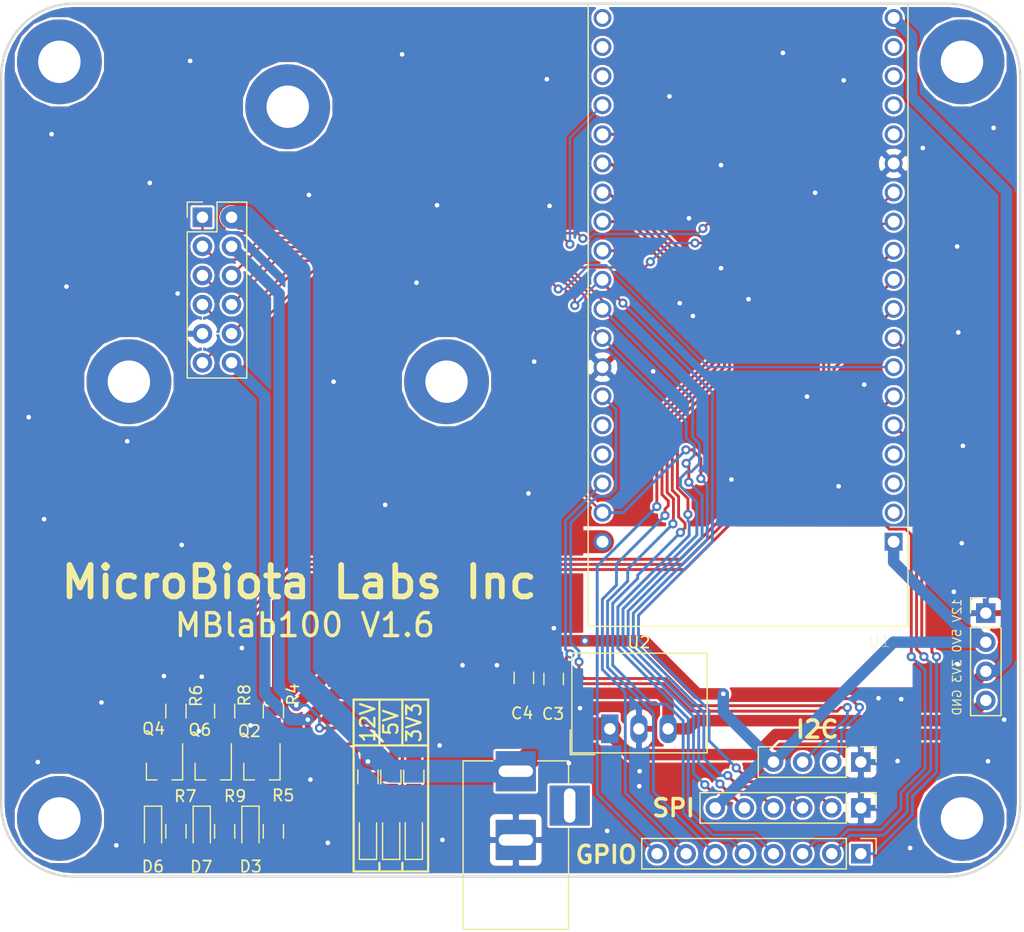
<source format=kicad_pcb>
(kicad_pcb (version 20171130) (host pcbnew "(5.0.0)")
  (layers (0 F.Cu signal) (31 B.Cu signal) (34 B.Paste user) (35 F.Paste user) (36 B.SilkS user) (37 F.SilkS user) (38 B.Mask user) (39 F.Mask user) (44 Edge.Cuts user))
  (net 0 "")
  (net 1 +5V)
  (net 2 GND)
  (net 3 "Net-(D3-Pad2)")
  (net 4 "Net-(D3-Pad1)")
  (net 5 "Net-(D6-Pad2)")
  (net 6 "Net-(D6-Pad1)")
  (net 7 "Net-(D7-Pad1)")
  (net 8 "Net-(D7-Pad2)")
  (net 9 CTRL_3V3A)
  (net 10 SPI_CS_ADC)
  (net 11 SPI_SCL)
  (net 12 +3V3)
  (net 13 TEMP1W)
  (net 14 I2C_SCL)
  (net 15 I2C_SDA)
  (net 16 +12V)
  (net 17 IO0)
  (net 18 IO2)
  (net 19 IO4)
  (net 20 IO16)
  (net 21 IO17)
  (net 22 IO33)
  (net 23 I34)
  (net 24 I35)
  (net 25 CTRL_Heater)
  (net 26 LED_G)
  (net 27 LED_R)
  (net 28 LED_Y)
  (net 29 "Net-(Q2-Pad1)")
  (net 30 "Net-(Q4-Pad1)")
  (net 31 "Net-(Q6-Pad1)")
  (net 32 CTRL_470nm)
  (net 33 SPI_MOSI)
  (net 34 SPI_MISO)
  (net 35 "Net-(D1-Pad2)")
  (net 36 "Net-(D2-Pad2)")
  (net 37 "Net-(D4-Pad2)")
  (module ESP32-DEVKITC-32D:MODULE_ESP32-DEVKITC-32D (layer F.Cu) (at 65.16 27.21 180)
    (fp_text reference U1 (at -11.4644 -28.446 180) (layer F.SilkS) (effects (font (size 1.00039 1.00039) (thickness 0.05))))
    (fp_text value ESP32-DEVKITC-32D hide)
    (pad 1 thru_hole rect (at -12.7 -19.76 180) (size 1.56 1.56) (drill 1.04) (layers *.Cu *.Mask) (net 12 +3V3))
    (pad 2 thru_hole circle (at -12.7 -17.22 180) (size 1.56 1.56) (drill 1.04) (layers *.Cu *.Mask))
    (pad 19 thru_hole circle (at -12.7 25.96 180) (size 1.56 1.56) (drill 1.04) (layers *.Cu *.Mask) (net 1 +5V))
    (pad 3 thru_hole circle (at -12.7 -14.68 180) (size 1.56 1.56) (drill 1.04) (layers *.Cu *.Mask))
    (pad 4 thru_hole circle (at -12.7 -12.14 180) (size 1.56 1.56) (drill 1.04) (layers *.Cu *.Mask))
    (pad 5 thru_hole circle (at -12.7 -9.6 180) (size 1.56 1.56) (drill 1.04) (layers *.Cu *.Mask) (net 23 I34))
    (pad 6 thru_hole circle (at -12.7 -7.06 180) (size 1.56 1.56) (drill 1.04) (layers *.Cu *.Mask) (net 24 I35))
    (pad 7 thru_hole circle (at -12.7 -4.52 180) (size 1.56 1.56) (drill 1.04) (layers *.Cu *.Mask) (net 25 CTRL_Heater))
    (pad 8 thru_hole circle (at -12.7 -1.98 180) (size 1.56 1.56) (drill 1.04) (layers *.Cu *.Mask) (net 22 IO33))
    (pad 9 thru_hole circle (at -12.7 0.56 180) (size 1.56 1.56) (drill 1.04) (layers *.Cu *.Mask) (net 26 LED_G))
    (pad 10 thru_hole circle (at -12.7 3.1 180) (size 1.56 1.56) (drill 1.04) (layers *.Cu *.Mask) (net 28 LED_Y))
    (pad 11 thru_hole circle (at -12.7 5.64 180) (size 1.56 1.56) (drill 1.04) (layers *.Cu *.Mask) (net 27 LED_R))
    (pad 12 thru_hole circle (at -12.7 8.18 180) (size 1.56 1.56) (drill 1.04) (layers *.Cu *.Mask) (net 9 CTRL_3V3A))
    (pad 13 thru_hole circle (at -12.7 10.72 180) (size 1.56 1.56) (drill 1.04) (layers *.Cu *.Mask) (net 32 CTRL_470nm))
    (pad 14 thru_hole circle (at -12.7 13.26 180) (size 1.56 1.56) (drill 1.04) (layers *.Cu *.Mask) (net 2 GND))
    (pad 15 thru_hole circle (at -12.7 15.8 180) (size 1.56 1.56) (drill 1.04) (layers *.Cu *.Mask))
    (pad 16 thru_hole circle (at -12.7 18.34 180) (size 1.56 1.56) (drill 1.04) (layers *.Cu *.Mask))
    (pad 17 thru_hole circle (at -12.7 20.88 180) (size 1.56 1.56) (drill 1.04) (layers *.Cu *.Mask))
    (pad 18 thru_hole circle (at -12.7 23.42 180) (size 1.56 1.56) (drill 1.04) (layers *.Cu *.Mask))
    (pad 20 thru_hole circle (at 12.7 -19.76 180) (size 1.56 1.56) (drill 1.04) (layers *.Cu *.Mask) (net 2 GND))
    (pad 21 thru_hole circle (at 12.7 -17.22 180) (size 1.56 1.56) (drill 1.04) (layers *.Cu *.Mask) (net 34 SPI_MISO))
    (pad 22 thru_hole circle (at 12.7 -14.68 180) (size 1.56 1.56) (drill 1.04) (layers *.Cu *.Mask) (net 14 I2C_SCL))
    (pad 23 thru_hole circle (at 12.7 -12.14 180) (size 1.56 1.56) (drill 1.04) (layers *.Cu *.Mask))
    (pad 24 thru_hole circle (at 12.7 -9.6 180) (size 1.56 1.56) (drill 1.04) (layers *.Cu *.Mask))
    (pad 25 thru_hole circle (at 12.7 -7.06 180) (size 1.56 1.56) (drill 1.04) (layers *.Cu *.Mask) (net 15 I2C_SDA))
    (pad 26 thru_hole circle (at 12.7 -4.52 180) (size 1.56 1.56) (drill 1.04) (layers *.Cu *.Mask) (net 2 GND))
    (pad 27 thru_hole circle (at 12.7 -1.98 180) (size 1.56 1.56) (drill 1.04) (layers *.Cu *.Mask) (net 33 SPI_MOSI))
    (pad 28 thru_hole circle (at 12.7 0.56 180) (size 1.56 1.56) (drill 1.04) (layers *.Cu *.Mask) (net 11 SPI_SCL))
    (pad 29 thru_hole circle (at 12.7 3.1 180) (size 1.56 1.56) (drill 1.04) (layers *.Cu *.Mask) (net 10 SPI_CS_ADC))
    (pad 30 thru_hole circle (at 12.7 5.64 180) (size 1.56 1.56) (drill 1.04) (layers *.Cu *.Mask) (net 21 IO17))
    (pad 31 thru_hole circle (at 12.7 8.18 180) (size 1.56 1.56) (drill 1.04) (layers *.Cu *.Mask) (net 20 IO16))
    (pad 32 thru_hole circle (at 12.7 10.72 180) (size 1.56 1.56) (drill 1.04) (layers *.Cu *.Mask) (net 19 IO4))
    (pad 33 thru_hole circle (at 12.7 13.26 180) (size 1.56 1.56) (drill 1.04) (layers *.Cu *.Mask) (net 17 IO0))
    (pad 34 thru_hole circle (at 12.7 15.8 180) (size 1.56 1.56) (drill 1.04) (layers *.Cu *.Mask) (net 18 IO2))
    (pad 35 thru_hole circle (at 12.7 18.34 180) (size 1.56 1.56) (drill 1.04) (layers *.Cu *.Mask) (net 13 TEMP1W))
    (pad 36 thru_hole circle (at 12.7 20.88 180) (size 1.56 1.56) (drill 1.04) (layers *.Cu *.Mask))
    (pad 37 thru_hole circle (at 12.7 23.42 180) (size 1.56 1.56) (drill 1.04) (layers *.Cu *.Mask))
    (pad 38 thru_hole circle (at 12.7 25.96 180) (size 1.56 1.56) (drill 1.04) (layers *.Cu *.Mask))
  )
  (module Converters_DCDC_ACDC:DCDC-Conv_RECOM_R-78E-0.5 (layer F.Cu) (at 53.1 63.3)
    (fp_text reference U2 (at 2.54 -7.55) (layer F.SilkS))
    (fp_text value R-78E5.0-1.0)
    (pad 1 thru_hole rect (at 0 0) (size 1.5 2.5) (drill 1) (layers *.Cu *.Mask) (net 16 +12V))
    (pad 2 thru_hole oval (at 2.54 0) (size 1.5 2.5) (drill 1) (layers *.Cu *.Mask) (net 2 GND))
    (pad 3 thru_hole oval (at 5.08 0) (size 1.5 2.5) (drill 1) (layers *.Cu *.Mask) (net 1 +5V))
  )
  (module Resistors_SMD:R_0805_HandSoldering (layer F.Cu) (at 23.75 72.25 90)
    (fp_text reference R5 (at 3.13 0.86 180) (layer F.SilkS))
    (fp_text value 1k)
    (pad 2 smd rect (at 1.35 0 90) (size 1.5 1.3) (layers F.Cu F.Paste F.Mask) (net 1 +5V))
    (pad 1 smd rect (at -1.35 0 90) (size 1.5 1.3) (layers F.Cu F.Paste F.Mask) (net 3 "Net-(D3-Pad2)"))
  )
  (module Resistors_SMD:R_0805_HandSoldering (layer F.Cu) (at 15.25 72.25 90)
    (fp_text reference R7 (at 3.07 0.82 180) (layer F.SilkS))
    (fp_text value 1k)
    (pad 2 smd rect (at 1.35 0 90) (size 1.5 1.3) (layers F.Cu F.Paste F.Mask) (net 1 +5V))
    (pad 1 smd rect (at -1.35 0 90) (size 1.5 1.3) (layers F.Cu F.Paste F.Mask) (net 5 "Net-(D6-Pad2)"))
  )
  (module Pin_Headers:Pin_Header_Straight_1x04_Pitch2.54mm (layer F.Cu) (at 85.9 53.2)
    (fp_text reference J1 hide)
    (fp_text value Conn_01x04)
    (pad 1 thru_hole rect (at 0 0) (size 1.7 1.7) (drill 1) (layers *.Cu *.Mask) (net 2 GND))
    (pad 2 thru_hole oval (at 0 2.54) (size 1.7 1.7) (drill 1) (layers *.Cu *.Mask) (net 12 +3V3))
    (pad 3 thru_hole oval (at 0 5.08) (size 1.7 1.7) (drill 1) (layers *.Cu *.Mask) (net 1 +5V))
    (pad 4 thru_hole oval (at 0 7.62) (size 1.7 1.7) (drill 1) (layers *.Cu *.Mask) (net 16 +12V))
  )
  (module TO_SOT_Packages_SMD:SOT-23_Handsoldering (layer F.Cu) (at 18.5 67 270)
    (fp_text reference Q6 (at -3.61 1.16) (layer F.SilkS))
    (fp_text value DMN3404)
    (pad 1 smd rect (at -1.5 -0.95 270) (size 1.9 0.8) (layers F.Cu F.Paste F.Mask) (net 31 "Net-(Q6-Pad1)"))
    (pad 2 smd rect (at -1.5 0.95 270) (size 1.9 0.8) (layers F.Cu F.Paste F.Mask) (net 2 GND))
    (pad 3 smd rect (at 1.5 0 270) (size 1.9 0.8) (layers F.Cu F.Paste F.Mask) (net 7 "Net-(D7-Pad1)"))
  )
  (module TO_SOT_Packages_SMD:SOT-23_Handsoldering (layer F.Cu) (at 22.75 67 270)
    (fp_text reference Q2 (at -3.5 1.09 180) (layer F.SilkS))
    (fp_text value DMN3404)
    (pad 1 smd rect (at -1.5 -0.95 270) (size 1.9 0.8) (layers F.Cu F.Paste F.Mask) (net 29 "Net-(Q2-Pad1)"))
    (pad 2 smd rect (at -1.5 0.95 270) (size 1.9 0.8) (layers F.Cu F.Paste F.Mask) (net 2 GND))
    (pad 3 smd rect (at 1.5 0 270) (size 1.9 0.8) (layers F.Cu F.Paste F.Mask) (net 4 "Net-(D3-Pad1)"))
  )
  (module Pin_Headers:Pin_Header_Straight_1x08_Pitch2.54mm (layer F.Cu) (at 75 74.2 270)
    (fp_text reference J5 hide)
    (fp_text value Conn_01x08_Male)
    (pad 1 thru_hole rect (at 0 0 270) (size 1.7 1.7) (drill 1) (layers *.Cu *.Mask) (net 23 I34))
    (pad 2 thru_hole oval (at 0 2.54 270) (size 1.7 1.7) (drill 1) (layers *.Cu *.Mask) (net 24 I35))
    (pad 3 thru_hole oval (at 0 5.08 270) (size 1.7 1.7) (drill 1) (layers *.Cu *.Mask) (net 22 IO33))
    (pad 4 thru_hole oval (at 0 7.62 270) (size 1.7 1.7) (drill 1) (layers *.Cu *.Mask) (net 18 IO2))
    (pad 5 thru_hole oval (at 0 10.16 270) (size 1.7 1.7) (drill 1) (layers *.Cu *.Mask) (net 17 IO0))
    (pad 6 thru_hole oval (at 0 12.7 270) (size 1.7 1.7) (drill 1) (layers *.Cu *.Mask) (net 19 IO4))
    (pad 7 thru_hole oval (at 0 15.24 270) (size 1.7 1.7) (drill 1) (layers *.Cu *.Mask) (net 20 IO16))
    (pad 8 thru_hole oval (at 0 17.78 270) (size 1.7 1.7) (drill 1) (layers *.Cu *.Mask) (net 21 IO17))
  )
  (module TO_SOT_Packages_SMD:SOT-23_Handsoldering (layer F.Cu) (at 14.25 67 270)
    (fp_text reference Q4 (at -3.71 0.95) (layer F.SilkS))
    (fp_text value DMN3404)
    (pad 1 smd rect (at -1.5 -0.95 270) (size 1.9 0.8) (layers F.Cu F.Paste F.Mask) (net 30 "Net-(Q4-Pad1)"))
    (pad 2 smd rect (at -1.5 0.95 270) (size 1.9 0.8) (layers F.Cu F.Paste F.Mask) (net 2 GND))
    (pad 3 smd rect (at 1.5 0 270) (size 1.9 0.8) (layers F.Cu F.Paste F.Mask) (net 6 "Net-(D6-Pad1)"))
  )
  (module Capacitors_SMD:C_0805_HandSoldering (layer F.Cu) (at 45.6 58.85 90)
    (fp_text reference C4 (at -3.1 -0.15 180) (layer F.SilkS))
    (fp_text value 1uF)
    (pad 1 smd rect (at -1.25 0 90) (size 1.5 1.25) (layers F.Cu F.Paste F.Mask) (net 1 +5V))
    (pad 2 smd rect (at 1.25 0 90) (size 1.5 1.25) (layers F.Cu F.Paste F.Mask) (net 2 GND))
  )
  (module Capacitors_SMD:C_0805_HandSoldering (layer F.Cu) (at 48.2 58.95 90)
    (fp_text reference C3 (at -3.05 -0.05 180) (layer F.SilkS))
    (fp_text value 10uF)
    (pad 2 smd rect (at 1.25 0 90) (size 1.5 1.25) (layers F.Cu F.Paste F.Mask) (net 2 GND))
    (pad 1 smd rect (at -1.25 0 90) (size 1.5 1.25) (layers F.Cu F.Paste F.Mask) (net 1 +5V))
  )
  (module Resistors_SMD:R_0805_HandSoldering (layer F.Cu) (at 19.5 72.25 90)
    (fp_text reference R9 (at 3.08 0.91 180) (layer F.SilkS))
    (fp_text value 1k)
    (pad 2 smd rect (at 1.35 0 90) (size 1.5 1.3) (layers F.Cu F.Paste F.Mask) (net 1 +5V))
    (pad 1 smd rect (at -1.35 0 90) (size 1.5 1.3) (layers F.Cu F.Paste F.Mask) (net 8 "Net-(D7-Pad2)"))
  )
  (module Pin_Headers:Pin_Header_Straight_1x04_Pitch2.54mm (layer F.Cu) (at 75 66.2 270)
    (fp_text reference J7 hide)
    (fp_text value Conn_01x04_Male)
    (pad 1 thru_hole rect (at 0 0 270) (size 1.7 1.7) (drill 1) (layers *.Cu *.Mask) (net 2 GND))
    (pad 2 thru_hole oval (at 0 2.54 270) (size 1.7 1.7) (drill 1) (layers *.Cu *.Mask) (net 15 I2C_SDA))
    (pad 3 thru_hole oval (at 0 5.08 270) (size 1.7 1.7) (drill 1) (layers *.Cu *.Mask) (net 14 I2C_SCL))
    (pad 4 thru_hole oval (at 0 7.62 270) (size 1.7 1.7) (drill 1) (layers *.Cu *.Mask) (net 12 +3V3))
  )
  (module Pin_Headers:Pin_Header_Straight_2x06_Pitch2.54mm (layer F.Cu) (at 17.56 18.65)
    (fp_text reference J2 hide)
    (fp_text value Conn_01x12_Female)
    (pad 12 thru_hole oval (at 2.54 12.7) (size 1.7 1.7) (drill 1) (layers *.Cu *.Mask) (net 1 +5V))
    (pad 11 thru_hole oval (at 0 12.7) (size 1.7 1.7) (drill 1) (layers *.Cu *.Mask) (net 25 CTRL_Heater))
    (pad 10 thru_hole oval (at 2.54 10.16) (size 1.7 1.7) (drill 1) (layers *.Cu *.Mask) (net 10 SPI_CS_ADC))
    (pad 9 thru_hole oval (at 0 10.16) (size 1.7 1.7) (drill 1) (layers *.Cu *.Mask) (net 2 GND))
    (pad 8 thru_hole oval (at 2.54 7.62) (size 1.7 1.7) (drill 1) (layers *.Cu *.Mask) (net 33 SPI_MOSI))
    (pad 7 thru_hole oval (at 0 7.62) (size 1.7 1.7) (drill 1) (layers *.Cu *.Mask) (net 34 SPI_MISO))
    (pad 6 thru_hole oval (at 2.54 5.08) (size 1.7 1.7) (drill 1) (layers *.Cu *.Mask) (net 9 CTRL_3V3A))
    (pad 5 thru_hole oval (at 0 5.08) (size 1.7 1.7) (drill 1) (layers *.Cu *.Mask) (net 11 SPI_SCL))
    (pad 4 thru_hole oval (at 2.54 2.54) (size 1.7 1.7) (drill 1) (layers *.Cu *.Mask) (net 12 +3V3))
    (pad 3 thru_hole oval (at 0 2.54) (size 1.7 1.7) (drill 1) (layers *.Cu *.Mask) (net 13 TEMP1W))
    (pad 2 thru_hole oval (at 2.54 0) (size 1.7 1.7) (drill 1) (layers *.Cu *.Mask) (net 16 +12V))
    (pad 1 thru_hole rect (at 0 0) (size 1.7 1.7) (drill 1) (layers *.Cu *.Mask) (net 32 CTRL_470nm))
  )
  (module Pin_Headers:Pin_Header_Straight_1x06_Pitch2.54mm (layer F.Cu) (at 75 70.2 270)
    (fp_text reference J6 hide)
    (fp_text value Conn_01x06_Male)
    (pad 1 thru_hole rect (at 0 0 270) (size 1.7 1.7) (drill 1) (layers *.Cu *.Mask) (net 2 GND))
    (pad 2 thru_hole oval (at 0 2.54 270) (size 1.7 1.7) (drill 1) (layers *.Cu *.Mask) (net 10 SPI_CS_ADC))
    (pad 3 thru_hole oval (at 0 5.08 270) (size 1.7 1.7) (drill 1) (layers *.Cu *.Mask) (net 34 SPI_MISO))
    (pad 4 thru_hole oval (at 0 7.62 270) (size 1.7 1.7) (drill 1) (layers *.Cu *.Mask) (net 33 SPI_MOSI))
    (pad 5 thru_hole oval (at 0 10.16 270) (size 1.7 1.7) (drill 1) (layers *.Cu *.Mask) (net 11 SPI_SCL))
    (pad 6 thru_hole oval (at 0 12.7 270) (size 1.7 1.7) (drill 1) (layers *.Cu *.Mask) (net 12 +3V3))
  )
  (module LEDs:LED_0805_HandSoldering (layer F.Cu) (at 21.75 72.25 270)
    (fp_text reference D3 (at 3.07 -0.02) (layer F.SilkS))
    (fp_text value green)
    (pad 1 smd rect (at -1.35 0 270) (size 1.5 1.3) (layers F.Cu F.Paste F.Mask) (net 4 "Net-(D3-Pad1)"))
    (pad 2 smd rect (at 1.35 0 270) (size 1.5 1.3) (layers F.Cu F.Paste F.Mask) (net 3 "Net-(D3-Pad2)"))
  )
  (module LEDs:LED_0805_HandSoldering (layer F.Cu) (at 13.25 72.25 270)
    (fp_text reference D6 (at 3.07 0.01 180) (layer F.SilkS))
    (fp_text value red)
    (pad 2 smd rect (at 1.35 0 270) (size 1.5 1.3) (layers F.Cu F.Paste F.Mask) (net 5 "Net-(D6-Pad2)"))
    (pad 1 smd rect (at -1.35 0 270) (size 1.5 1.3) (layers F.Cu F.Paste F.Mask) (net 6 "Net-(D6-Pad1)"))
  )
  (module LEDs:LED_0805_HandSoldering (layer F.Cu) (at 17.5 72.25 270)
    (fp_text reference D7 (at 3.09 0.04) (layer F.SilkS))
    (fp_text value yellow)
    (pad 1 smd rect (at -1.35 0 270) (size 1.5 1.3) (layers F.Cu F.Paste F.Mask) (net 7 "Net-(D7-Pad1)"))
    (pad 2 smd rect (at 1.35 0 270) (size 1.5 1.3) (layers F.Cu F.Paste F.Mask) (net 8 "Net-(D7-Pad2)"))
  )
  (module Mounting_Holes:MountingHole_3.7mm_Pad (layer F.Cu) (at 5.08 5.08)
    (fp_text reference MH1 hide)
    (fp_text value MountingHole)
    (pad 1 thru_hole circle (at 0 0) (size 7.4 7.4) (drill 3.7) (layers *.Cu *.Mask))
  )
  (module Mounting_Holes:MountingHole_3.7mm_Pad (layer F.Cu) (at 5.08 71.12)
    (fp_text reference MH2 hide)
    (fp_text value MountingHole)
    (pad 1 thru_hole circle (at 0 0) (size 7.4 7.4) (drill 3.7) (layers *.Cu *.Mask))
  )
  (module Mounting_Holes:MountingHole_3.7mm_Pad (layer F.Cu) (at 83.82 71.12)
    (fp_text reference MH3 hide)
    (fp_text value MountingHole)
    (pad 1 thru_hole circle (at 0 0) (size 7.4 7.4) (drill 3.7) (layers *.Cu *.Mask))
  )
  (module Mounting_Holes:MountingHole_3.7mm_Pad (layer F.Cu) (at 83.82 5.08)
    (fp_text reference MH4 hide)
    (fp_text value MountingHole)
    (pad 1 thru_hole circle (at 0 0) (size 7.4 7.4) (drill 3.7) (layers *.Cu *.Mask))
  )
  (module Mounting_Holes:MountingHole_3.7mm_Pad (layer F.Cu) (at 38.8564 33)
    (fp_text reference MH5 hide)
    (fp_text value MountingHole)
    (pad 1 thru_hole circle (at 0 0) (size 7.4 7.4) (drill 3.7) (layers *.Cu *.Mask))
  )
  (module Mounting_Holes:MountingHole_3.7mm_Pad (layer F.Cu) (at 11.1436 33)
    (fp_text reference MH6 hide)
    (fp_text value MountingHole)
    (pad 1 thru_hole circle (at 0 0) (size 7.4 7.4) (drill 3.7) (layers *.Cu *.Mask))
  )
  (module Mounting_Holes:MountingHole_3.7mm_Pad (layer F.Cu) (at 25 9)
    (fp_text reference MH7 hide)
    (fp_text value MountingHole)
    (pad 1 thru_hole circle (at 0 0) (size 7.4 7.4) (drill 3.7) (layers *.Cu *.Mask))
  )
  (module Resistors_SMD:R_0805_HandSoldering (layer F.Cu) (at 23.75 61.75 270)
    (fp_text reference R4 (at -1.46 -1.72 270) (layer F.SilkS))
    (fp_text value 3k3)
    (pad 1 smd rect (at -1.35 0 270) (size 1.5 1.3) (layers F.Cu F.Paste F.Mask) (net 26 LED_G))
    (pad 2 smd rect (at 1.35 0 270) (size 1.5 1.3) (layers F.Cu F.Paste F.Mask) (net 29 "Net-(Q2-Pad1)"))
  )
  (module Resistors_SMD:R_0805_HandSoldering (layer F.Cu) (at 15.25 61.75 270)
    (fp_text reference R6 (at -1.33 -1.75 270) (layer F.SilkS))
    (fp_text value 3k3)
    (pad 2 smd rect (at 1.35 0 270) (size 1.5 1.3) (layers F.Cu F.Paste F.Mask) (net 30 "Net-(Q4-Pad1)"))
    (pad 1 smd rect (at -1.35 0 270) (size 1.5 1.3) (layers F.Cu F.Paste F.Mask) (net 27 LED_R))
  )
  (module Resistors_SMD:R_0805_HandSoldering (layer F.Cu) (at 19.5 61.75 270)
    (fp_text reference R8 (at -1.38 -1.73 270) (layer F.SilkS))
    (fp_text value 3k3)
    (pad 1 smd rect (at -1.35 0 270) (size 1.5 1.3) (layers F.Cu F.Paste F.Mask) (net 28 LED_Y))
    (pad 2 smd rect (at 1.35 0 270) (size 1.5 1.3) (layers F.Cu F.Paste F.Mask) (net 31 "Net-(Q6-Pad1)"))
  )
  (module Connectors:BARREL_JACK (layer F.Cu) (at 44.9 67 90)
    (fp_text reference J4 hide)
    (fp_text value Conn_01x02_Male)
    (pad 3 thru_hole rect (at -3 4.7 90) (size 3.5 3.5) (drill oval 3 1) (layers *.Cu *.Mask))
    (pad 2 thru_hole rect (at -6 0 90) (size 3.5 3.5) (drill oval 1 3) (layers *.Cu *.Mask) (net 2 GND))
    (pad 1 thru_hole rect (at 0 0 90) (size 3.5 3.5) (drill oval 1 3) (layers *.Cu *.Mask) (net 16 +12V))
  )
  (module LEDs:LED_0805_HandSoldering (layer F.Cu) (at 32 72.5 90)
    (fp_text reference D1 hide)
    (fp_text value Orange)
    (pad 2 smd rect (at 1.35 0 90) (size 1.5 1.3) (layers F.Cu F.Paste F.Mask) (net 35 "Net-(D1-Pad2)"))
    (pad 1 smd rect (at -1.35 0 90) (size 1.5 1.3) (layers F.Cu F.Paste F.Mask) (net 2 GND))
  )
  (module LEDs:LED_0805_HandSoldering (layer F.Cu) (at 34.025001 72.5 90)
    (fp_text reference D2 hide)
    (fp_text value Orange)
    (pad 1 smd rect (at -1.35 0 90) (size 1.5 1.3) (layers F.Cu F.Paste F.Mask) (net 2 GND))
    (pad 2 smd rect (at 1.35 0 90) (size 1.5 1.3) (layers F.Cu F.Paste F.Mask) (net 36 "Net-(D2-Pad2)"))
  )
  (module LEDs:LED_0805_HandSoldering (layer F.Cu) (at 36 72.5 90)
    (fp_text reference D4 hide)
    (fp_text value Orange)
    (pad 2 smd rect (at 1.35 0 90) (size 1.5 1.3) (layers F.Cu F.Paste F.Mask) (net 37 "Net-(D4-Pad2)"))
    (pad 1 smd rect (at -1.35 0 90) (size 1.5 1.3) (layers F.Cu F.Paste F.Mask) (net 2 GND))
  )
  (module Resistors_SMD:R_0805_HandSoldering (layer F.Cu) (at 32 67.5 90)
    (fp_text reference R1 hide)
    (fp_text value 10k)
    (pad 2 smd rect (at 1.35 0 90) (size 1.5 1.3) (layers F.Cu F.Paste F.Mask) (net 16 +12V))
    (pad 1 smd rect (at -1.35 0 90) (size 1.5 1.3) (layers F.Cu F.Paste F.Mask) (net 35 "Net-(D1-Pad2)"))
  )
  (module Resistors_SMD:R_0805_HandSoldering (layer F.Cu) (at 34 67.5 90)
    (fp_text reference R2 hide)
    (fp_text value 3k)
    (pad 1 smd rect (at -1.35 0 90) (size 1.5 1.3) (layers F.Cu F.Paste F.Mask) (net 36 "Net-(D2-Pad2)"))
    (pad 2 smd rect (at 1.35 0 90) (size 1.5 1.3) (layers F.Cu F.Paste F.Mask) (net 1 +5V))
  )
  (module Resistors_SMD:R_0805_HandSoldering (layer F.Cu) (at 36 67.5 90)
    (fp_text reference R3 hide)
    (fp_text value 1k3)
    (pad 2 smd rect (at 1.35 0 90) (size 1.5 1.3) (layers F.Cu F.Paste F.Mask) (net 12 +3V3))
    (pad 1 smd rect (at -1.35 0 90) (size 1.5 1.3) (layers F.Cu F.Paste F.Mask) (net 37 "Net-(D4-Pad2)"))
  )
  (gr_line (start 35 75.75) (end 35 75) (layer F.SilkS) (width 0.2))
  (gr_line (start 33 75.75) (end 33 75) (layer F.SilkS) (width 0.2))
  (gr_line (start 37.25 75.75) (end 37.25 66) (layer F.SilkS) (width 0.2))
  (gr_line (start 30.75 75.75) (end 37.25 75.75) (layer F.SilkS) (width 0.2))
  (gr_line (start 30.75 66) (end 30.75 75.75) (layer F.SilkS) (width 0.2))
  (gr_line (start 35 60.75) (end 35 64.75) (layer F.SilkS) (width 0.2))
  (gr_line (start 33 60.75) (end 33 64.75) (layer F.SilkS) (width 0.2))
  (gr_line (start 37.25 64.75) (end 30.75 64.75) (layer F.SilkS) (width 0.2))
  (gr_line (start 37.25 60.75) (end 37.25 66) (layer F.SilkS) (width 0.2))
  (gr_line (start 30.75 60.75) (end 37.25 60.75) (layer F.SilkS) (width 0.2))
  (gr_line (start 30.75 66) (end 30.75 60.75) (layer F.SilkS) (width 0.2))
  (gr_text "12V\n5V\n3V3" (at 34 62.75 90) (layer F.SilkS) (effects (font (size 1.25 1.25) (thickness 0.2))))
  (gr_text I2C (at 71.19 63.35) (layer F.SilkS) (effects (font (size 1.5 1.5) (thickness 0.3))))
  (gr_text SPI (at 58.66 70.21) (layer F.SilkS) (effects (font (size 1.5 1.5) (thickness 0.3))))
  (gr_text GPIO (at 52.78 74.29) (layer F.SilkS) (effects (font (size 1.5 1.5) (thickness 0.3))))
  (gr_text "12V 5V0 3V3 GND" (at 83.39 57.04 90) (layer F.SilkS) (effects (font (size 0.75 0.75) (thickness 0.1)) (justify mirror)))
  (gr_text "MBlab100 V1.6" (at 26.5 54.25) (layer F.SilkS) (effects (font (size 2 2) (thickness 0.3))))
  (gr_text "MicroBiota Labs Inc\n" (at 26 50.5) (layer F.SilkS) (effects (font (size 2.75 2.75) (thickness 0.5))))
  (gr_line (start 88.9 6.35) (end 88.9 69.85) (layer Edge.Cuts) (width 0.2))
  (gr_line (start 6.35 0) (end 82.55 0) (layer Edge.Cuts) (width 0.2))
  (gr_line (start 0 69.85) (end 0 6.35) (layer Edge.Cuts) (width 0.2))
  (gr_line (start 82.8 76.2) (end 6.31 76.2) (layer Edge.Cuts) (width 0.2))
  (gr_arc (start 6.35 6.35) (end 6.35 0) (angle -90) (layer Edge.Cuts) (width 0.2))
  (gr_arc (start 82.55 6.35) (end 88.9 6.35) (angle -90) (layer Edge.Cuts) (width 0.2))
  (gr_arc (start 82.55 69.85) (end 82.55 76.2) (angle -90) (layer Edge.Cuts) (width 0.2))
  (gr_arc (start 6.35 69.85) (end 0 69.85) (angle -90) (layer Edge.Cuts) (width 0.2))
  (segment (start 85.9 58.28) (end 86.78 58.28) (width 1) (layer B.Cu) (net 1))
  (segment (start 86.78 58.28) (end 87.7 57.36) (width 1) (layer B.Cu) (net 1))
  (segment (start 58.18 60.93) (end 58.18 63.3) (width 1) (layer F.Cu) (net 1))
  (segment (start 51.1 60.2) (end 57.45 60.2) (width 1) (layer F.Cu) (net 1))
  (segment (start 57.45 60.2) (end 58.18 60.93) (width 1) (layer F.Cu) (net 1))
  (segment (start 59.93 63.3) (end 60.64 62.59) (width 1) (layer F.Cu) (net 1))
  (segment (start 58.18 63.3) (end 59.93 63.3) (width 1) (layer F.Cu) (net 1))
  (segment (start 60.64 62.59) (end 82.44 62.59) (width 1) (layer F.Cu) (net 1))
  (segment (start 82.44 62.59) (end 83.94 61.09) (width 1) (layer F.Cu) (net 1))
  (segment (start 83.94 60.24) (end 85.9 58.28) (width 1) (layer F.Cu) (net 1))
  (segment (start 83.94 61.09) (end 83.94 60.24) (width 1) (layer F.Cu) (net 1))
  (segment (start 29.05 60.2) (end 26.75 62.5) (width 1) (layer F.Cu) (net 1))
  (segment (start 30.03 60.2) (end 29.05 60.2) (width 1) (layer F.Cu) (net 1))
  (segment (start 30.03 60.2) (end 51.1 60.2) (width 1) (layer F.Cu) (net 1))
  (segment (start 15.25 69.65) (end 17.9 67) (width 0.5) (layer F.Cu) (net 1))
  (segment (start 15.25 70.9) (end 15.25 69.65) (width 0.5) (layer F.Cu) (net 1))
  (segment (start 26.75 63.065685) (end 26.75 62.5) (width 0.5) (layer F.Cu) (net 1))
  (segment (start 26.75 64.610002) (end 26.75 63.065685) (width 0.5) (layer F.Cu) (net 1))
  (segment (start 24.360002 67) (end 26.75 64.610002) (width 0.5) (layer F.Cu) (net 1))
  (segment (start 22.15 67) (end 23 67) (width 0.5) (layer F.Cu) (net 1))
  (segment (start 19.5 69.65) (end 22.15 67) (width 0.5) (layer F.Cu) (net 1))
  (segment (start 19.5 70.9) (end 19.5 69.65) (width 0.5) (layer F.Cu) (net 1))
  (segment (start 17.9 67) (end 23 67) (width 0.5) (layer F.Cu) (net 1))
  (segment (start 23 67) (end 24.360002 67) (width 0.5) (layer F.Cu) (net 1))
  (segment (start 23.75 67.610002) (end 24.360002 67) (width 0.5) (layer F.Cu) (net 1))
  (segment (start 23.75 70.9) (end 23.75 67.610002) (width 0.5) (layer F.Cu) (net 1))
  (segment (start 79.419999 2.809999) (end 79.419999 8.119999) (width 1) (layer B.Cu) (net 1))
  (segment (start 77.86 1.25) (end 79.419999 2.809999) (width 1) (layer B.Cu) (net 1))
  (segment (start 87.7 16.4) (end 87.7 18.58) (width 1) (layer B.Cu) (net 1))
  (segment (start 79.419999 8.119999) (end 87.7 16.4) (width 1) (layer B.Cu) (net 1))
  (segment (start 87.7 57.36) (end 87.7 18.58) (width 1) (layer B.Cu) (net 1))
  (via (at 26.75 62.5) (size 0.8) (drill 0.4) (layers F.Cu B.Cu) (net 1))
  (segment (start 20.1 31.35) (end 23 34.25) (width 1) (layer B.Cu) (net 1))
  (segment (start 23 34.25) (end 23 60.25) (width 1) (layer B.Cu) (net 1))
  (segment (start 25.25 62.5) (end 26.75 62.5) (width 1) (layer B.Cu) (net 1))
  (segment (start 23 60.25) (end 25.25 62.5) (width 1) (layer B.Cu) (net 1))
  (segment (start 33.460002 64.610002) (end 26.75 64.610002) (width 0.25) (layer F.Cu) (net 1))
  (segment (start 34 65.15) (end 33.460002 64.610002) (width 0.25) (layer F.Cu) (net 1))
  (segment (start 34 66.15) (end 34 65.15) (width 0.25) (layer F.Cu) (net 1))
  (via (at 47.6 6.6) (size 0.8) (drill 0.4) (layers F.Cu B.Cu) (net 2))
  (via (at 70.3 34.3) (size 0.8) (drill 0.4) (layers F.Cu B.Cu) (net 2))
  (via (at 83.8 47.1) (size 0.8) (drill 0.4) (layers F.Cu B.Cu) (net 2))
  (via (at 83.9 38.6) (size 0.8) (drill 0.4) (layers F.Cu B.Cu) (net 2))
  (via (at 83.5 28.7) (size 0.8) (drill 0.4) (layers F.Cu B.Cu) (net 2))
  (via (at 83.4 21.2) (size 0.8) (drill 0.4) (layers F.Cu B.Cu) (net 2))
  (via (at 62.8 14.1) (size 0.8) (drill 0.4) (layers F.Cu B.Cu) (net 2))
  (via (at 58.3 8.1) (size 0.8) (drill 0.4) (layers F.Cu B.Cu) (net 2))
  (via (at 68.2 4.3) (size 0.8) (drill 0.4) (layers F.Cu B.Cu) (net 2))
  (via (at 73.5 6.7) (size 0.8) (drill 0.4) (layers F.Cu B.Cu) (net 2))
  (via (at 16.49 5) (size 0.8) (drill 0.4) (layers F.Cu B.Cu) (net 2))
  (via (at 26.85 16.7) (size 0.8) (drill 0.4) (layers F.Cu B.Cu) (net 2))
  (via (at 4.4 11.4) (size 0.8) (drill 0.4) (layers F.Cu B.Cu) (net 2))
  (via (at 2.4 36.1) (size 0.8) (drill 0.4) (layers F.Cu B.Cu) (net 2))
  (via (at 3.2 66.2) (size 0.8) (drill 0.4) (layers F.Cu B.Cu) (net 2))
  (via (at 26.98 67.73) (size 0.8) (drill 0.4) (layers F.Cu B.Cu) (net 2))
  (via (at 38.25 64.75) (size 0.8) (drill 0.4) (layers F.Cu B.Cu) (net 2))
  (via (at 38.5 73) (size 0.8) (drill 0.4) (layers F.Cu B.Cu) (net 2))
  (via (at 86.09 66.13) (size 0.8) (drill 0.4) (layers F.Cu B.Cu) (net 2))
  (via (at 79.3 73.7) (size 0.8) (drill 0.4) (layers F.Cu B.Cu) (net 2))
  (via (at 65.2 25.8) (size 0.8) (drill 0.4) (layers F.Cu B.Cu) (net 2))
  (via (at 62.8 23.1) (size 0.8) (drill 0.4) (layers F.Cu B.Cu) (net 2))
  (via (at 15.4 25.3) (size 0.8) (drill 0.4) (layers F.Cu B.Cu) (net 2))
  (via (at 11 38.2) (size 0.8) (drill 0.4) (layers F.Cu B.Cu) (net 2))
  (via (at 8.75 61) (size 0.8) (drill 0.4) (layers F.Cu B.Cu) (net 2))
  (via (at 14.2 58.7) (size 0.8) (drill 0.4) (layers F.Cu B.Cu) (net 2))
  (via (at 55.7 67) (size 0.8) (drill 0.4) (layers F.Cu B.Cu) (net 2))
  (via (at 52.87 72.21) (size 0.8) (drill 0.4) (layers F.Cu B.Cu) (net 2))
  (via (at 87.5 62.5) (size 0.8) (drill 0.4) (layers F.Cu B.Cu) (net 2))
  (via (at 59.2 26.15) (size 0.8) (drill 0.4) (layers F.Cu B.Cu) (net 2))
  (via (at 47.84 17.66) (size 0.8) (drill 0.4) (layers F.Cu B.Cu) (net 2))
  (via (at 38.03 17.6) (size 0.8) (drill 0.4) (layers F.Cu B.Cu) (net 2))
  (via (at 73.06 42.13) (size 0.8) (drill 0.4) (layers F.Cu B.Cu) (net 2))
  (via (at 36.23 24.36) (size 0.8) (drill 0.4) (layers F.Cu B.Cu) (net 2))
  (via (at 12.97 15.65) (size 0.8) (drill 0.4) (layers F.Cu B.Cu) (net 2))
  (via (at 34.98 4.43) (size 0.8) (drill 0.4) (layers F.Cu B.Cu) (net 2))
  (via (at 3.75 45) (size 0.8) (drill 0.4) (layers F.Cu B.Cu) (net 2))
  (via (at 15.75 47.25) (size 0.8) (drill 0.4) (layers F.Cu B.Cu) (net 2))
  (via (at 48.21913 54.51999) (size 0.8) (drill 0.4) (layers F.Cu B.Cu) (net 2))
  (via (at 71.01 16.51) (size 0.8) (drill 0.4) (layers F.Cu B.Cu) (net 2))
  (via (at 60.002639 18.737726) (size 0.8) (drill 0.4) (layers F.Cu B.Cu) (net 2))
  (via (at 60.35 27.27) (size 0.8) (drill 0.4) (layers F.Cu B.Cu) (net 2))
  (via (at 83.11 51.34) (size 0.8) (drill 0.4) (layers F.Cu B.Cu) (net 2))
  (via (at 78.2 66.11) (size 0.8) (drill 0.4) (layers F.Cu B.Cu) (net 2))
  (via (at 56.88234 32.09766) (size 0.8) (drill 0.4) (layers F.Cu B.Cu) (net 2))
  (via (at 5.7 24.7) (size 0.8) (drill 0.4) (layers F.Cu B.Cu) (net 2))
  (via (at 21.75 63) (size 0.8) (drill 0.4) (layers F.Cu B.Cu) (net 2))
  (via (at 21 56.25) (size 0.8) (drill 0.4) (layers F.Cu B.Cu) (net 2))
  (via (at 17.25 63.5) (size 0.8) (drill 0.4) (layers F.Cu B.Cu) (net 2))
  (via (at 17.5 58.75) (size 0.8) (drill 0.4) (layers F.Cu B.Cu) (net 2))
  (via (at 28.5 73.25) (size 0.8) (drill 0.4) (layers F.Cu B.Cu) (net 2))
  (via (at 46.5 31.25) (size 0.8) (drill 0.4) (layers F.Cu B.Cu) (net 2))
  (via (at 46 42.75) (size 0.8) (drill 0.4) (layers F.Cu B.Cu) (net 2))
  (via (at 33.5 43.75) (size 0.8) (drill 0.4) (layers F.Cu B.Cu) (net 2))
  (via (at 29 33) (size 0.8) (drill 0.4) (layers F.Cu B.Cu) (net 2))
  (segment (start 50.22 46.97) (end 46 42.75) (width 2) (layer F.Cu) (net 2))
  (segment (start 52.46 46.97) (end 50.22 46.97) (width 2) (layer F.Cu) (net 2))
  (via (at 43.25 57.75) (size 0.8) (drill 0.4) (layers F.Cu B.Cu) (net 2))
  (via (at 40.25 57.75) (size 0.8) (drill 0.4) (layers F.Cu B.Cu) (net 2))
  (via (at 63.71 41.54) (size 0.8) (drill 0.4) (layers F.Cu B.Cu) (net 2))
  (via (at 75.29 33.26) (size 0.8) (drill 0.4) (layers F.Cu B.Cu) (net 2))
  (via (at 80.4 12.6) (size 0.8) (drill 0.4) (layers F.Cu B.Cu) (net 2))
  (via (at 86.58 10.85) (size 0.8) (drill 0.4) (layers F.Cu B.Cu) (net 2))
  (via (at 83.44 57.65) (size 0.8) (drill 0.4) (layers F.Cu B.Cu) (net 2))
  (via (at 78.52 60.71) (size 0.8) (drill 0.4) (layers F.Cu B.Cu) (net 2))
  (via (at 76.54 60.63) (size 0.8) (drill 0.4) (layers F.Cu B.Cu) (net 2))
  (via (at 10.05 73.47) (size 0.8) (drill 0.4) (layers F.Cu B.Cu) (net 2))
  (via (at 55.67 68.31) (size 0.8) (drill 0.4) (layers F.Cu B.Cu) (net 2))
  (via (at 49.53 66.294) (size 0.8) (drill 0.4) (layers F.Cu B.Cu) (net 2))
  (via (at 50.5 61.5) (size 0.8) (drill 0.4) (layers F.Cu B.Cu) (net 2))
  (segment (start 23.75 73.6) (end 21.75 73.6) (width 0.25) (layer F.Cu) (net 3))
  (segment (start 22.1 68.5) (end 22.75 68.5) (width 0.25) (layer F.Cu) (net 4))
  (segment (start 21.75 68.85) (end 22.1 68.5) (width 0.25) (layer F.Cu) (net 4))
  (segment (start 21.75 70.9) (end 21.75 68.85) (width 0.25) (layer F.Cu) (net 4))
  (segment (start 15.25 73.6) (end 13.25 73.6) (width 0.25) (layer F.Cu) (net 5))
  (segment (start 13.6 68.5) (end 14.25 68.5) (width 0.25) (layer F.Cu) (net 6))
  (segment (start 13.25 68.85) (end 13.6 68.5) (width 0.25) (layer F.Cu) (net 6))
  (segment (start 13.25 70.9) (end 13.25 68.85) (width 0.25) (layer F.Cu) (net 6))
  (segment (start 17.85 68.5) (end 18.5 68.5) (width 0.25) (layer F.Cu) (net 7))
  (segment (start 17.5 68.85) (end 17.85 68.5) (width 0.25) (layer F.Cu) (net 7))
  (segment (start 17.5 70.9) (end 17.5 68.85) (width 0.25) (layer F.Cu) (net 7))
  (segment (start 19.5 73.6) (end 17.5 73.6) (width 0.25) (layer F.Cu) (net 8))
  (via (at 56.64 22.53) (size 0.8) (drill 0.4) (layers F.Cu B.Cu) (net 9))
  (segment (start 56.329999 22.840001) (end 56.64 22.53) (width 0.2) (layer F.Cu) (net 9))
  (via (at 60.53 20.9) (size 0.8) (drill 0.4) (layers F.Cu B.Cu) (net 9))
  (segment (start 56.64 22.53) (end 58.27 20.9) (width 0.2) (layer B.Cu) (net 9))
  (segment (start 58.27 20.9) (end 60.53 20.9) (width 0.2) (layer B.Cu) (net 9))
  (segment (start 62.775685 19.22) (end 77.696914 19.22) (width 0.2) (layer F.Cu) (net 9))
  (segment (start 61.095685 20.9) (end 62.775685 19.22) (width 0.2) (layer F.Cu) (net 9))
  (segment (start 60.53 20.9) (end 61.095685 20.9) (width 0.2) (layer F.Cu) (net 9))
  (segment (start 56.240001 22.929999) (end 56.64 22.53) (width 0.2) (layer F.Cu) (net 9))
  (segment (start 56.140001 23.029999) (end 56.240001 22.929999) (width 0.2) (layer F.Cu) (net 9))
  (segment (start 50.629999 23.029999) (end 56.140001 23.029999) (width 0.2) (layer F.Cu) (net 9))
  (segment (start 48.44 20.84) (end 50.629999 23.029999) (width 0.2) (layer F.Cu) (net 9))
  (segment (start 22.99 20.84) (end 48.44 20.84) (width 0.2) (layer F.Cu) (net 9))
  (segment (start 20.1 23.73) (end 22.99 20.84) (width 0.2) (layer F.Cu) (net 9))
  (segment (start 70.17 67.91) (end 67.86 67.91) (width 0.25) (layer F.Cu) (net 10))
  (segment (start 72.46 70.2) (end 70.17 67.91) (width 0.25) (layer F.Cu) (net 10))
  (segment (start 67.86 67.91) (end 64.84 67.91) (width 0.25) (layer F.Cu) (net 10))
  (via (at 64.13 66.71) (size 0.8) (drill 0.4) (layers F.Cu B.Cu) (net 10))
  (segment (start 64.84 67.42) (end 64.13 66.71) (width 0.25) (layer F.Cu) (net 10))
  (segment (start 64.84 67.91) (end 64.84 67.42) (width 0.25) (layer F.Cu) (net 10))
  (segment (start 64.13 66.71) (end 61.76 64.34) (width 0.25) (layer B.Cu) (net 10))
  (segment (start 61.750047 61.780047) (end 61.750046 61.663636) (width 0.25) (layer B.Cu) (net 10))
  (segment (start 61.76 64.34) (end 61.76 61.79) (width 0.25) (layer B.Cu) (net 10))
  (segment (start 61.76 61.79) (end 61.750047 61.780047) (width 0.25) (layer B.Cu) (net 10))
  (segment (start 61.750046 61.663636) (end 55.600081 55.513671) (width 0.25) (layer B.Cu) (net 10))
  (segment (start 62.05002 46.94639) (end 62.05002 45.12998) (width 0.25) (layer B.Cu) (net 10))
  (segment (start 55.600081 55.513671) (end 55.600081 53.396328) (width 0.25) (layer B.Cu) (net 10))
  (segment (start 55.600081 53.396328) (end 62.05002 46.94639) (width 0.25) (layer B.Cu) (net 10))
  (segment (start 62.05002 45.12998) (end 62.05002 33.95002) (width 0.25) (layer B.Cu) (net 10))
  (via (at 54.24 26.14) (size 0.8) (drill 0.4) (layers F.Cu B.Cu) (net 10))
  (segment (start 62.05002 33.95002) (end 54.24 26.14) (width 0.25) (layer B.Cu) (net 10))
  (segment (start 52.46 24.36) (end 52.46 24.11) (width 0.25) (layer F.Cu) (net 10))
  (segment (start 54.24 26.14) (end 52.46 24.36) (width 0.25) (layer F.Cu) (net 10))
  (segment (start 20.1 28.81) (end 20.949999 27.960001) (width 0.2) (layer F.Cu) (net 10))
  (segment (start 20.949999 27.960001) (end 26.46 22.45) (width 0.2) (layer F.Cu) (net 10))
  (segment (start 26.46 22.45) (end 47.27 22.45) (width 0.2) (layer F.Cu) (net 10))
  (via (at 50.04 26.35) (size 0.8) (drill 0.4) (layers F.Cu B.Cu) (net 10))
  (segment (start 47.27 22.45) (end 50.04 25.22) (width 0.2) (layer F.Cu) (net 10))
  (segment (start 50.04 25.22) (end 50.04 26.35) (width 0.2) (layer F.Cu) (net 10))
  (segment (start 52.28 24.11) (end 52.46 24.11) (width 0.2) (layer B.Cu) (net 10))
  (segment (start 50.04 26.35) (end 52.28 24.11) (width 0.2) (layer B.Cu) (net 10))
  (segment (start 64.84 70.2) (end 63.990001 69.350001) (width 0.25) (layer F.Cu) (net 11))
  (segment (start 63.990001 69.350001) (end 63.257017 69.350001) (width 0.25) (layer F.Cu) (net 11))
  (segment (start 63.257017 69.350001) (end 62.746347 68.839331) (width 0.25) (layer F.Cu) (net 11))
  (segment (start 54.250051 56.076937) (end 54.250051 52.837128) (width 0.25) (layer B.Cu) (net 11))
  (segment (start 60.400016 67.218776) (end 60.400016 62.226903) (width 0.25) (layer B.Cu) (net 11))
  (segment (start 54.250051 52.837128) (end 60.69 46.39718) (width 0.25) (layer B.Cu) (net 11))
  (segment (start 60.69 43.543004) (end 59.264998 42.118002) (width 0.25) (layer B.Cu) (net 11))
  (segment (start 60.915013 40.157989) (end 60.915013 38.415598) (width 0.25) (layer B.Cu) (net 11))
  (segment (start 60.69 46.39718) (end 60.69 43.543004) (width 0.25) (layer B.Cu) (net 11))
  (segment (start 59.264998 41.421998) (end 59.831995 40.855001) (width 0.25) (layer B.Cu) (net 11))
  (segment (start 60.324998 37.825583) (end 60.324998 34.514998) (width 0.25) (layer B.Cu) (net 11))
  (segment (start 60.915013 38.415598) (end 60.324998 37.825583) (width 0.25) (layer B.Cu) (net 11))
  (segment (start 53.239999 27.429999) (end 52.46 26.65) (width 0.25) (layer B.Cu) (net 11))
  (segment (start 60.218001 40.855001) (end 60.915013 40.157989) (width 0.25) (layer B.Cu) (net 11))
  (segment (start 60.400016 62.226903) (end 54.250051 56.076937) (width 0.25) (layer B.Cu) (net 11))
  (segment (start 60.324998 34.514998) (end 53.239999 27.429999) (width 0.25) (layer B.Cu) (net 11))
  (segment (start 59.831995 40.855001) (end 60.218001 40.855001) (width 0.25) (layer B.Cu) (net 11))
  (segment (start 59.264998 42.118002) (end 59.264998 41.421998) (width 0.25) (layer B.Cu) (net 11))
  (via (at 61.39 68.18) (size 0.8) (drill 0.4) (layers F.Cu B.Cu) (net 11))
  (segment (start 60.400016 67.218776) (end 60.428776 67.218776) (width 0.25) (layer B.Cu) (net 11))
  (segment (start 60.428776 67.218776) (end 61.39 68.18) (width 0.25) (layer B.Cu) (net 11))
  (segment (start 62.049331 68.839331) (end 62.38 68.839331) (width 0.25) (layer F.Cu) (net 11))
  (segment (start 61.39 68.18) (end 62.049331 68.839331) (width 0.25) (layer F.Cu) (net 11))
  (segment (start 62.746347 68.839331) (end 62.38 68.839331) (width 0.25) (layer F.Cu) (net 11))
  (segment (start 62.38 68.839331) (end 62.020571 68.839331) (width 0.25) (layer F.Cu) (net 11))
  (segment (start 52.46 25.91) (end 52.46 26.65) (width 0.2) (layer F.Cu) (net 11))
  (segment (start 47.8 21.25) (end 52.46 25.91) (width 0.2) (layer F.Cu) (net 11))
  (segment (start 24.37 21.25) (end 47.8 21.25) (width 0.2) (layer F.Cu) (net 11))
  (segment (start 20.739999 24.880001) (end 24.37 21.25) (width 0.2) (layer F.Cu) (net 11))
  (segment (start 17.56 23.73) (end 18.710001 24.880001) (width 0.2) (layer F.Cu) (net 11))
  (segment (start 18.710001 24.880001) (end 20.739999 24.880001) (width 0.2) (layer F.Cu) (net 11))
  (segment (start 77.84 55.74) (end 67.38 66.2) (width 1) (layer B.Cu) (net 12))
  (segment (start 85.9 55.74) (end 77.84 55.74) (width 1) (layer B.Cu) (net 12))
  (via (at 50.93 55.62) (size 0.8) (drill 0.4) (layers F.Cu B.Cu) (net 12))
  (segment (start 77.86 48.75) (end 77.86 46.97) (width 1) (layer B.Cu) (net 12))
  (segment (start 84.000001 54.890001) (end 77.86 48.75) (width 1) (layer B.Cu) (net 12))
  (segment (start 85.050001 54.890001) (end 84.000001 54.890001) (width 1) (layer B.Cu) (net 12))
  (segment (start 85.9 55.74) (end 85.050001 54.890001) (width 1) (layer B.Cu) (net 12))
  (segment (start 66.3 66.2) (end 67.38 66.2) (width 1) (layer B.Cu) (net 12))
  (segment (start 62.3 70.2) (end 66.3 66.2) (width 1) (layer B.Cu) (net 12))
  (segment (start 50.93 55.62) (end 53.06 55.62) (width 1) (layer F.Cu) (net 12))
  (segment (start 66.530001 65.350001) (end 67.38 66.2) (width 1) (layer B.Cu) (net 12))
  (segment (start 20.1 21.19) (end 24.25 25.34) (width 1) (layer B.Cu) (net 12))
  (segment (start 24.25 25.34) (end 24.25 33.25) (width 1) (layer B.Cu) (net 12))
  (segment (start 24.25 33.25) (end 24.25 58) (width 1) (layer B.Cu) (net 12))
  (via (at 25.75 61.25) (size 0.8) (drill 0.4) (layers F.Cu B.Cu) (net 12))
  (segment (start 24.25 58) (end 24.25 59.75) (width 1) (layer B.Cu) (net 12))
  (segment (start 24.25 59.75) (end 25.75 61.25) (width 1) (layer B.Cu) (net 12))
  (segment (start 31.38 55.62) (end 50.93 55.62) (width 1) (layer F.Cu) (net 12))
  (segment (start 25.75 61.25) (end 31.38 55.62) (width 1) (layer F.Cu) (net 12))
  (segment (start 53.06 55.62) (end 56.12 55.62) (width 1) (layer F.Cu) (net 12))
  (segment (start 56.12 55.62) (end 60.75 60.25) (width 1) (layer F.Cu) (net 12))
  (via (at 63 60.25) (size 0.8) (drill 0.4) (layers F.Cu B.Cu) (net 12))
  (segment (start 60.75 60.25) (end 63 60.25) (width 1) (layer F.Cu) (net 12))
  (segment (start 63 61.82) (end 67.38 66.2) (width 1) (layer B.Cu) (net 12))
  (segment (start 63 60.25) (end 63 61.82) (width 1) (layer B.Cu) (net 12))
  (via (at 27.77 63.24) (size 0.8) (drill 0.4) (layers F.Cu B.Cu) (net 12))
  (segment (start 33.19 63.24) (end 27.77 63.24) (width 0.25) (layer F.Cu) (net 12))
  (segment (start 36 66.15) (end 36 66.05) (width 0.25) (layer F.Cu) (net 12))
  (segment (start 36 66.05) (end 33.19 63.24) (width 0.25) (layer F.Cu) (net 12))
  (segment (start 27.77 63.24) (end 27.77 62.32) (width 0.25) (layer B.Cu) (net 12))
  (segment (start 26.7 61.25) (end 25.75 61.25) (width 0.25) (layer B.Cu) (net 12))
  (segment (start 27.77 62.32) (end 26.7 61.25) (width 0.25) (layer B.Cu) (net 12))
  (segment (start 49.62 11.71) (end 52.46 8.87) (width 0.2) (layer B.Cu) (net 13))
  (segment (start 18.710001 22.340001) (end 20.769999 22.340001) (width 0.2) (layer F.Cu) (net 13))
  (segment (start 17.56 21.19) (end 18.710001 22.340001) (width 0.2) (layer F.Cu) (net 13))
  (segment (start 20.769999 22.340001) (end 22.67 20.44) (width 0.2) (layer F.Cu) (net 13))
  (via (at 49.62 21) (size 0.8) (drill 0.4) (layers F.Cu B.Cu) (net 13))
  (segment (start 49.06 20.44) (end 49.62 21) (width 0.2) (layer F.Cu) (net 13))
  (segment (start 22.67 20.44) (end 49.06 20.44) (width 0.2) (layer F.Cu) (net 13))
  (segment (start 49.62 21) (end 49.62 11.71) (width 0.2) (layer B.Cu) (net 13))
  (via (at 73.82 61.44) (size 0.8) (drill 0.4) (layers F.Cu B.Cu) (net 14))
  (segment (start 69.92 66.2) (end 73.82 62.3) (width 0.25) (layer B.Cu) (net 14))
  (segment (start 73.82 62.3) (end 73.82 61.44) (width 0.25) (layer B.Cu) (net 14))
  (segment (start 49.31 57.996411) (end 49.31 57.99) (width 0.25) (layer F.Cu) (net 14))
  (segment (start 57.780011 59.360011) (end 50.6736 59.360011) (width 0.25) (layer F.Cu) (net 14))
  (segment (start 50.6736 59.360011) (end 49.31 57.996411) (width 0.25) (layer F.Cu) (net 14))
  (segment (start 60.18 61.76) (end 57.780011 59.360011) (width 0.25) (layer F.Cu) (net 14))
  (segment (start 72.934315 61.76) (end 60.18 61.76) (width 0.25) (layer F.Cu) (net 14))
  (segment (start 73.254315 61.44) (end 72.934315 61.76) (width 0.25) (layer F.Cu) (net 14))
  (segment (start 73.82 61.44) (end 73.254315 61.44) (width 0.25) (layer F.Cu) (net 14))
  (via (at 49.63 56.76) (size 0.8) (drill 0.4) (layers F.Cu B.Cu) (net 14))
  (segment (start 49.31 57.996411) (end 49.31 57.08) (width 0.25) (layer F.Cu) (net 14))
  (segment (start 49.31 57.08) (end 49.63 56.76) (width 0.25) (layer F.Cu) (net 14))
  (segment (start 51.680001 42.669999) (end 52.46 41.89) (width 0.25) (layer B.Cu) (net 14))
  (segment (start 49.230001 45.119999) (end 51.680001 42.669999) (width 0.25) (layer B.Cu) (net 14))
  (segment (start 49.230001 56.360001) (end 49.230001 45.119999) (width 0.25) (layer B.Cu) (net 14))
  (segment (start 49.63 56.76) (end 49.230001 56.360001) (width 0.25) (layer B.Cu) (net 14))
  (segment (start 73.309999 65.350001) (end 73.309999 63.470001) (width 0.25) (layer B.Cu) (net 15))
  (segment (start 72.46 66.2) (end 73.309999 65.350001) (width 0.25) (layer B.Cu) (net 15))
  (via (at 74.87 61.42) (size 0.8) (drill 0.4) (layers F.Cu B.Cu) (net 15))
  (segment (start 73.309999 63.470001) (end 74.87 61.91) (width 0.25) (layer B.Cu) (net 15))
  (segment (start 74.87 61.91) (end 74.87 61.42) (width 0.25) (layer B.Cu) (net 15))
  (via (at 50.41 57.46) (size 0.8) (drill 0.4) (layers F.Cu B.Cu) (net 15))
  (segment (start 50.41 58.46) (end 50.41 57.46) (width 0.25) (layer F.Cu) (net 15))
  (segment (start 50.86 58.91) (end 50.41 58.46) (width 0.25) (layer F.Cu) (net 15))
  (segment (start 57.97 58.91) (end 50.86 58.91) (width 0.25) (layer F.Cu) (net 15))
  (segment (start 60.34 61.28) (end 57.97 58.91) (width 0.25) (layer F.Cu) (net 15))
  (segment (start 74.87 61.42) (end 74.470001 61.020001) (width 0.25) (layer F.Cu) (net 15))
  (segment (start 74.470001 61.020001) (end 74.470001 60.750001) (width 0.25) (layer F.Cu) (net 15))
  (segment (start 74.470001 60.750001) (end 74.39 60.67) (width 0.25) (layer F.Cu) (net 15))
  (segment (start 74.39 60.67) (end 73.32 60.67) (width 0.25) (layer F.Cu) (net 15))
  (segment (start 73.32 60.67) (end 72.71 61.28) (width 0.25) (layer F.Cu) (net 15))
  (segment (start 72.71 61.28) (end 60.34 61.28) (width 0.25) (layer F.Cu) (net 15))
  (segment (start 53.64 35.45) (end 52.46 34.27) (width 0.25) (layer B.Cu) (net 15))
  (segment (start 53.64 42.345402) (end 53.64 35.45) (width 0.25) (layer B.Cu) (net 15))
  (segment (start 50.41 56.51) (end 49.69 55.79) (width 0.25) (layer B.Cu) (net 15))
  (segment (start 50.41 57.46) (end 50.41 56.51) (width 0.25) (layer B.Cu) (net 15))
  (segment (start 49.69 55.79) (end 49.69 45.31) (width 0.25) (layer B.Cu) (net 15))
  (segment (start 49.69 45.31) (end 52.004999 42.995001) (width 0.25) (layer B.Cu) (net 15))
  (segment (start 52.004999 42.995001) (end 52.990401 42.995001) (width 0.25) (layer B.Cu) (net 15))
  (segment (start 52.990401 42.995001) (end 53.64 42.345402) (width 0.25) (layer B.Cu) (net 15))
  (segment (start 53.1 63.8) (end 53.1 63.3) (width 1) (layer F.Cu) (net 16))
  (segment (start 67.587059 63.790011) (end 65.82707 65.55) (width 1) (layer F.Cu) (net 16))
  (segment (start 54.85 65.55) (end 53.1 63.8) (width 1) (layer F.Cu) (net 16))
  (segment (start 82.93706 63.790011) (end 67.587059 63.790011) (width 1) (layer F.Cu) (net 16))
  (segment (start 85.9 60.82) (end 85.9 60.827071) (width 1) (layer F.Cu) (net 16))
  (segment (start 65.82707 65.55) (end 54.85 65.55) (width 1) (layer F.Cu) (net 16))
  (segment (start 85.9 60.827071) (end 82.93706 63.790011) (width 1) (layer F.Cu) (net 16))
  (segment (start 41.15 67) (end 44.9 67) (width 2) (layer B.Cu) (net 16))
  (segment (start 34 67) (end 41.15 67) (width 2) (layer B.Cu) (net 16))
  (segment (start 48.6 63.3) (end 44.9 67) (width 2) (layer F.Cu) (net 16))
  (segment (start 53.1 63.3) (end 48.6 63.3) (width 2) (layer F.Cu) (net 16))
  (via (at 32 66.15) (size 0.8) (drill 0.4) (layers F.Cu B.Cu) (net 16))
  (segment (start 32 65.7) (end 32.35 65.35) (width 0.25) (layer B.Cu) (net 16))
  (segment (start 32 66.15) (end 32 65.7) (width 0.25) (layer B.Cu) (net 16))
  (segment (start 32.35 65.35) (end 34 67) (width 2) (layer B.Cu) (net 16))
  (segment (start 26 23.347919) (end 26 58.676152) (width 2) (layer B.Cu) (net 16))
  (segment (start 20.1 18.65) (end 21.302081 18.65) (width 2) (layer B.Cu) (net 16))
  (segment (start 21.302081 18.65) (end 26 23.347919) (width 2) (layer B.Cu) (net 16))
  (segment (start 32.35 65.026152) (end 32.35 65.35) (width 2) (layer B.Cu) (net 16))
  (segment (start 26 58.676152) (end 32.35 65.026152) (width 2) (layer B.Cu) (net 16))
  (segment (start 55.400009 50.309221) (end 55.52923 50.18) (width 0.25) (layer B.Cu) (net 17))
  (segment (start 63.050029 25.99077) (end 63.050028 25.940798) (width 0.25) (layer F.Cu) (net 17))
  (segment (start 63.1 25.99077) (end 63.050028 25.940798) (width 0.25) (layer F.Cu) (net 17))
  (segment (start 63.1 25.99077) (end 63.050029 25.99077) (width 0.25) (layer F.Cu) (net 17))
  (segment (start 63.050028 25.940798) (end 57.525021 20.415791) (width 0.25) (layer F.Cu) (net 17))
  (segment (start 54.74 17.63077) (end 57.525021 20.415791) (width 0.25) (layer F.Cu) (net 17))
  (segment (start 54.74 15.48) (end 54.74 17.63077) (width 0.25) (layer F.Cu) (net 17))
  (segment (start 53.14 13.95) (end 53.24 14.05) (width 0.25) (layer F.Cu) (net 17))
  (segment (start 52.46 13.95) (end 53.14 13.95) (width 0.25) (layer F.Cu) (net 17))
  (segment (start 53.31 14.05) (end 54.74 15.48) (width 0.25) (layer F.Cu) (net 17))
  (segment (start 53.24 14.05) (end 53.31 14.05) (width 0.25) (layer F.Cu) (net 17))
  (segment (start 63.990001 73.350001) (end 64.84 74.2) (width 0.25) (layer B.Cu) (net 17))
  (segment (start 55.52923 50.18) (end 53.350031 52.359199) (width 0.25) (layer B.Cu) (net 17))
  (segment (start 53.350031 52.359199) (end 53.350031 57.747211) (width 0.25) (layer B.Cu) (net 17))
  (segment (start 53.350031 57.747211) (end 56.74641 61.14359) (width 0.25) (layer B.Cu) (net 17))
  (segment (start 61.9036 73.010011) (end 63.650011 73.010011) (width 0.25) (layer B.Cu) (net 17))
  (segment (start 63.650011 73.010011) (end 63.990001 73.350001) (width 0.25) (layer B.Cu) (net 17))
  (segment (start 59.500001 70.606411) (end 61.9036 73.010011) (width 0.25) (layer B.Cu) (net 17))
  (segment (start 59.5 62.599707) (end 59.500001 70.606411) (width 0.25) (layer B.Cu) (net 17))
  (segment (start 58.043883 61.14359) (end 59.5 62.599707) (width 0.25) (layer B.Cu) (net 17))
  (segment (start 56.74641 61.14359) (end 58.043883 61.14359) (width 0.25) (layer B.Cu) (net 17))
  (segment (start 59.66272 45.36272) (end 59.66272 45.762731) (width 0.25) (layer F.Cu) (net 17))
  (via (at 59.262721 46.16273) (size 0.8) (drill 0.4) (layers F.Cu B.Cu) (net 17))
  (segment (start 58.55003 36.2592) (end 58.55003 42.47721) (width 0.25) (layer F.Cu) (net 17))
  (segment (start 59.10002 44.80002) (end 59.66272 45.36272) (width 0.25) (layer F.Cu) (net 17))
  (segment (start 58.862722 46.562729) (end 59.262721 46.16273) (width 0.25) (layer B.Cu) (net 17))
  (segment (start 55.52923 49.896221) (end 58.862722 46.562729) (width 0.25) (layer B.Cu) (net 17))
  (segment (start 55.52923 50.18) (end 55.52923 49.896221) (width 0.25) (layer B.Cu) (net 17))
  (segment (start 59.66272 45.762731) (end 59.262721 46.16273) (width 0.25) (layer F.Cu) (net 17))
  (segment (start 59.10002 43.0272) (end 59.10002 44.80002) (width 0.25) (layer F.Cu) (net 17))
  (segment (start 58.55003 42.47721) (end 59.10002 43.0272) (width 0.25) (layer F.Cu) (net 17))
  (segment (start 63.1 31.709229) (end 58.55003 36.2592) (width 0.25) (layer F.Cu) (net 17))
  (segment (start 63.1 25.99077) (end 63.1 31.709229) (width 0.25) (layer F.Cu) (net 17))
  (via (at 59.912653 44.587347) (size 0.8) (drill 0.4) (layers F.Cu B.Cu) (net 18))
  (segment (start 59.00004 42.29081) (end 59.912653 43.203423) (width 0.25) (layer F.Cu) (net 18))
  (segment (start 55.2 17.45436) (end 63.55001 25.80437) (width 0.25) (layer F.Cu) (net 18))
  (segment (start 63.55001 25.80437) (end 63.550009 31.89563) (width 0.25) (layer F.Cu) (net 18))
  (segment (start 59.912653 43.203423) (end 59.912653 44.587347) (width 0.25) (layer F.Cu) (net 18))
  (segment (start 63.550009 31.89563) (end 59.00004 36.445599) (width 0.25) (layer F.Cu) (net 18))
  (segment (start 59.00004 36.445599) (end 59.00004 42.29081) (width 0.25) (layer F.Cu) (net 18))
  (segment (start 55.2 13.046914) (end 55.2 13.51) (width 0.25) (layer F.Cu) (net 18))
  (segment (start 53.563086 11.41) (end 55.2 13.046914) (width 0.25) (layer F.Cu) (net 18))
  (segment (start 52.46 11.41) (end 53.563086 11.41) (width 0.25) (layer F.Cu) (net 18))
  (segment (start 55.2 13.4) (end 55.2 13.51) (width 0.25) (layer F.Cu) (net 18))
  (segment (start 55.2 13.51) (end 55.2 17.45436) (width 0.25) (layer F.Cu) (net 18))
  (segment (start 59.912653 44.587347) (end 59.912653 45.153032) (width 0.25) (layer B.Cu) (net 18))
  (segment (start 62.09 72.56) (end 65.74 72.56) (width 0.25) (layer B.Cu) (net 18))
  (segment (start 59.95001 70.42001) (end 62.09 72.56) (width 0.25) (layer B.Cu) (net 18))
  (segment (start 59.95001 62.413307) (end 59.95001 70.42001) (width 0.25) (layer B.Cu) (net 18))
  (segment (start 60.025001 45.26538) (end 60.025001 46.425769) (width 0.25) (layer B.Cu) (net 18))
  (segment (start 65.74 72.56) (end 66.530001 73.350001) (width 0.25) (layer B.Cu) (net 18))
  (segment (start 66.530001 73.350001) (end 67.38 74.2) (width 0.25) (layer B.Cu) (net 18))
  (segment (start 53.80004 56.263337) (end 59.95001 62.413307) (width 0.25) (layer B.Cu) (net 18))
  (segment (start 53.80004 52.650728) (end 53.80004 56.263337) (width 0.25) (layer B.Cu) (net 18))
  (segment (start 60.025001 46.425769) (end 53.80004 52.650728) (width 0.25) (layer B.Cu) (net 18))
  (segment (start 59.912653 45.153032) (end 60.025001 45.26538) (width 0.25) (layer B.Cu) (net 18))
  (segment (start 52.900021 52.172799) (end 53.866401 51.206419) (width 0.25) (layer B.Cu) (net 19))
  (segment (start 62.3 74.2) (end 56.9 68.8) (width 0.25) (layer B.Cu) (net 19))
  (segment (start 53.866401 51.206419) (end 54.66 50.41282) (width 0.25) (layer B.Cu) (net 19))
  (segment (start 56.9 68.8) (end 56.9 61.93359) (width 0.25) (layer B.Cu) (net 19))
  (segment (start 56.9 61.93359) (end 52.900021 57.933611) (width 0.25) (layer B.Cu) (net 19))
  (segment (start 54.400006 50.672814) (end 54.66 50.41282) (width 0.25) (layer B.Cu) (net 19))
  (segment (start 52.900021 57.933611) (end 52.900021 52.172799) (width 0.25) (layer B.Cu) (net 19))
  (segment (start 52.46 16.49) (end 52.97 16.49) (width 0.25) (layer F.Cu) (net 19))
  (segment (start 54.30282 17.82282) (end 54.30282 17.83) (width 0.25) (layer F.Cu) (net 19))
  (segment (start 52.97 16.49) (end 54.30282 17.82282) (width 0.25) (layer F.Cu) (net 19))
  (segment (start 54.179999 17.707179) (end 54.30282 17.83) (width 0.25) (layer F.Cu) (net 19))
  (via (at 58.605551 45.408972) (size 0.8) (drill 0.4) (layers F.Cu B.Cu) (net 19))
  (segment (start 54.66 50.41282) (end 54.66 49.354523) (width 0.25) (layer B.Cu) (net 19))
  (segment (start 62.600019 26.127199) (end 62.600019 31.572799) (width 0.25) (layer F.Cu) (net 19))
  (segment (start 58.10002 36.0728) (end 58.10002 42.66361) (width 0.25) (layer F.Cu) (net 19))
  (segment (start 62.600019 31.572799) (end 58.10002 36.0728) (width 0.25) (layer F.Cu) (net 19))
  (segment (start 58.65001 43.2136) (end 58.65001 45.364513) (width 0.25) (layer F.Cu) (net 19))
  (segment (start 58.65001 45.364513) (end 58.605551 45.408972) (width 0.25) (layer F.Cu) (net 19))
  (segment (start 54.30282 17.83) (end 62.600019 26.127199) (width 0.25) (layer F.Cu) (net 19))
  (segment (start 58.10002 42.66361) (end 58.65001 43.2136) (width 0.25) (layer F.Cu) (net 19))
  (segment (start 58.205552 45.808971) (end 58.605551 45.408972) (width 0.25) (layer B.Cu) (net 19))
  (segment (start 54.66 49.354523) (end 58.205552 45.808971) (width 0.25) (layer B.Cu) (net 19))
  (segment (start 54.448001 68.888001) (end 59.76 74.2) (width 0.25) (layer B.Cu) (net 20))
  (segment (start 54.448001 60.118001) (end 52.450011 58.120011) (width 0.25) (layer B.Cu) (net 20))
  (segment (start 54.448001 60.2) (end 54.448001 60.118001) (width 0.25) (layer B.Cu) (net 20))
  (segment (start 54.448001 60.2) (end 54.448001 68.888001) (width 0.25) (layer B.Cu) (net 20))
  (segment (start 52.450011 51.986399) (end 53.68 50.75641) (width 0.25) (layer B.Cu) (net 20))
  (segment (start 52.450011 58.120011) (end 52.450011 51.986399) (width 0.25) (layer B.Cu) (net 20))
  (segment (start 53.400003 51.036407) (end 53.68 50.75641) (width 0.25) (layer B.Cu) (net 20))
  (segment (start 62.15001 31.3864) (end 57.65001 35.8864) (width 0.25) (layer F.Cu) (net 20))
  (via (at 57.913046 44.687543) (size 0.8) (drill 0.4) (layers F.Cu B.Cu) (net 20))
  (segment (start 58.2 43.834904) (end 57.913046 44.121858) (width 0.25) (layer F.Cu) (net 20))
  (segment (start 57.913046 44.121858) (end 57.913046 44.687543) (width 0.25) (layer F.Cu) (net 20))
  (segment (start 62.150009 26.313599) (end 62.15001 31.3864) (width 0.25) (layer F.Cu) (net 20))
  (segment (start 58.2 43.4) (end 58.2 43.834904) (width 0.25) (layer F.Cu) (net 20))
  (segment (start 53.68 50.75641) (end 53.68 48.920589) (width 0.25) (layer B.Cu) (net 20))
  (segment (start 53.68 48.920589) (end 57.513047 45.087542) (width 0.25) (layer B.Cu) (net 20))
  (segment (start 57.513047 45.087542) (end 57.913046 44.687543) (width 0.25) (layer B.Cu) (net 20))
  (segment (start 57.65001 42.85001) (end 58.2 43.4) (width 0.25) (layer F.Cu) (net 20))
  (segment (start 57.65001 35.8864) (end 57.65001 42.85001) (width 0.25) (layer F.Cu) (net 20))
  (segment (start 54.86641 19.03) (end 62.150009 26.313599) (width 0.25) (layer F.Cu) (net 20))
  (segment (start 52.46 19.03) (end 54.86641 19.03) (width 0.25) (layer F.Cu) (net 20))
  (via (at 57.2 43.9) (size 0.8) (drill 0.4) (layers F.Cu B.Cu) (net 21))
  (segment (start 56.77 21.57) (end 52.46 21.57) (width 0.25) (layer F.Cu) (net 21))
  (segment (start 61.7 26.5) (end 56.77 21.57) (width 0.25) (layer F.Cu) (net 21))
  (segment (start 61.7 31.2) (end 61.7 26.5) (width 0.25) (layer F.Cu) (net 21))
  (segment (start 57.2 43.9) (end 57.2 35.7) (width 0.25) (layer F.Cu) (net 21))
  (segment (start 57.2 35.7) (end 61.7 31.2) (width 0.25) (layer F.Cu) (net 21))
  (segment (start 52.000001 49.099999) (end 56.800001 44.299999) (width 0.25) (layer B.Cu) (net 21))
  (segment (start 56.800001 44.299999) (end 57.2 43.9) (width 0.25) (layer B.Cu) (net 21))
  (segment (start 52.000001 68.980001) (end 52.000001 49.099999) (width 0.25) (layer B.Cu) (net 21))
  (segment (start 57.22 74.2) (end 52.000001 68.980001) (width 0.25) (layer B.Cu) (net 21))
  (via (at 79.4 57) (size 0.8) (drill 0.4) (layers F.Cu B.Cu) (net 22))
  (segment (start 71.095001 73.024999) (end 72.998591 73.024999) (width 0.25) (layer B.Cu) (net 22))
  (segment (start 78.5 68.86359) (end 80.6 66.76359) (width 0.25) (layer B.Cu) (net 22))
  (segment (start 72.998591 73.024999) (end 73.92359 72.1) (width 0.25) (layer B.Cu) (net 22))
  (segment (start 73.92359 72.1) (end 76.8 72.1) (width 0.25) (layer B.Cu) (net 22))
  (segment (start 69.92 74.2) (end 71.095001 73.024999) (width 0.25) (layer B.Cu) (net 22))
  (segment (start 76.8 72.1) (end 78.5 70.3) (width 0.25) (layer B.Cu) (net 22))
  (segment (start 80.6 66.76359) (end 80.6 58.2) (width 0.25) (layer B.Cu) (net 22))
  (segment (start 78.5 70.3) (end 78.5 68.86359) (width 0.25) (layer B.Cu) (net 22))
  (segment (start 80.6 58.2) (end 79.4 57) (width 0.25) (layer B.Cu) (net 22))
  (segment (start 79.4 46.364998) (end 79.4 57) (width 0.25) (layer F.Cu) (net 22))
  (segment (start 78.900001 45.864999) (end 79.4 46.364998) (width 0.25) (layer F.Cu) (net 22))
  (segment (start 77.484999 45.864999) (end 78.900001 45.864999) (width 0.25) (layer F.Cu) (net 22))
  (segment (start 76.304988 41.021422) (end 76.304988 44.684988) (width 0.25) (layer F.Cu) (net 22))
  (segment (start 76.304988 44.684988) (end 77.484999 45.864999) (width 0.25) (layer F.Cu) (net 22))
  (segment (start 76.400009 40.013599) (end 76.400009 40.926401) (width 0.25) (layer F.Cu) (net 22))
  (segment (start 76.400009 40.926401) (end 76.304988 41.021422) (width 0.25) (layer F.Cu) (net 22))
  (segment (start 76.304988 39.918578) (end 76.400009 40.013599) (width 0.25) (layer F.Cu) (net 22))
  (segment (start 78.965001 30.295001) (end 78.965001 32.254999) (width 0.25) (layer F.Cu) (net 22))
  (segment (start 77.86 29.19) (end 78.965001 30.295001) (width 0.25) (layer F.Cu) (net 22))
  (segment (start 78.965001 32.254999) (end 78.055001 33.164999) (width 0.25) (layer F.Cu) (net 22))
  (segment (start 78.055001 33.164999) (end 77.329599 33.164999) (width 0.25) (layer F.Cu) (net 22))
  (segment (start 77.329599 33.164999) (end 76.304988 34.18961) (width 0.25) (layer F.Cu) (net 22))
  (segment (start 76.304988 34.18961) (end 76.304988 39.918578) (width 0.25) (layer F.Cu) (net 22))
  (via (at 81.6 57) (size 0.8) (drill 0.4) (layers F.Cu B.Cu) (net 23))
  (segment (start 79.5 69.2) (end 81.6 67.1) (width 0.25) (layer B.Cu) (net 23))
  (segment (start 81.6 67.1) (end 81.6 57) (width 0.25) (layer B.Cu) (net 23))
  (segment (start 79.5 70.8) (end 79.5 69.2) (width 0.25) (layer B.Cu) (net 23))
  (segment (start 75 74.2) (end 76.1 74.2) (width 0.25) (layer B.Cu) (net 23))
  (segment (start 76.1 74.2) (end 79.5 70.8) (width 0.25) (layer B.Cu) (net 23))
  (segment (start 80.31 55.37) (end 80.31 44.6) (width 0.25) (layer F.Cu) (net 23))
  (segment (start 80.31 44.6) (end 79.4 43.69) (width 0.25) (layer F.Cu) (net 23))
  (segment (start 79.4 38.35) (end 77.86 36.81) (width 0.25) (layer F.Cu) (net 23))
  (segment (start 79.4 43.69) (end 79.4 38.35) (width 0.25) (layer F.Cu) (net 23))
  (segment (start 81.200001 56.260001) (end 80.31 55.37) (width 0.25) (layer F.Cu) (net 23))
  (segment (start 81.200001 56.600001) (end 81.200001 56.260001) (width 0.25) (layer F.Cu) (net 23))
  (segment (start 81.6 57) (end 81.200001 56.600001) (width 0.25) (layer F.Cu) (net 23))
  (segment (start 77 72.6) (end 79.04999 70.55001) (width 0.25) (layer B.Cu) (net 24))
  (segment (start 72.46 74.2) (end 74.06 72.6) (width 0.25) (layer B.Cu) (net 24))
  (segment (start 74.06 72.6) (end 77 72.6) (width 0.25) (layer B.Cu) (net 24))
  (segment (start 79.04999 70.55001) (end 79.04999 68.95001) (width 0.25) (layer B.Cu) (net 24))
  (segment (start 79.04999 68.95001) (end 81.1 66.9) (width 0.25) (layer B.Cu) (net 24))
  (via (at 80.5 57) (size 0.8) (drill 0.4) (layers F.Cu B.Cu) (net 24))
  (segment (start 81.1 66.9) (end 81.1 57.6) (width 0.25) (layer B.Cu) (net 24))
  (segment (start 81.1 57.6) (end 80.5 57) (width 0.25) (layer B.Cu) (net 24))
  (segment (start 76.85002 41.112801) (end 76.85002 39.827199) (width 0.25) (layer F.Cu) (net 24))
  (segment (start 76.754999 35.375001) (end 77.080001 35.049999) (width 0.25) (layer F.Cu) (net 24))
  (segment (start 76.754999 41.207822) (end 76.85002 41.112801) (width 0.25) (layer F.Cu) (net 24))
  (segment (start 79.859989 44.794587) (end 78.135402 43.07) (width 0.25) (layer F.Cu) (net 24))
  (segment (start 76.754999 42.420401) (end 76.754999 41.207822) (width 0.25) (layer F.Cu) (net 24))
  (segment (start 80.5 57) (end 79.859989 56.359989) (width 0.25) (layer F.Cu) (net 24))
  (segment (start 78.135402 43.07) (end 77.404598 43.07) (width 0.25) (layer F.Cu) (net 24))
  (segment (start 76.754999 39.732178) (end 76.754999 35.375001) (width 0.25) (layer F.Cu) (net 24))
  (segment (start 77.080001 35.049999) (end 77.86 34.27) (width 0.25) (layer F.Cu) (net 24))
  (segment (start 79.859989 56.359989) (end 79.859989 44.794587) (width 0.25) (layer F.Cu) (net 24))
  (segment (start 77.404598 43.07) (end 76.754999 42.420401) (width 0.25) (layer F.Cu) (net 24))
  (segment (start 76.85002 39.827199) (end 76.754999 39.732178) (width 0.25) (layer F.Cu) (net 24))
  (segment (start 18.710001 30.199999) (end 20.340001 30.199999) (width 0.2) (layer F.Cu) (net 25))
  (segment (start 17.56 31.35) (end 18.710001 30.199999) (width 0.2) (layer F.Cu) (net 25))
  (segment (start 20.340001 30.199999) (end 27.68 22.86) (width 0.2) (layer F.Cu) (net 25))
  (via (at 48.6 24.91) (size 0.8) (drill 0.4) (layers F.Cu B.Cu) (net 25))
  (segment (start 27.68 22.86) (end 46.55 22.86) (width 0.2) (layer F.Cu) (net 25))
  (segment (start 46.55 22.86) (end 48.6 24.91) (width 0.2) (layer F.Cu) (net 25))
  (segment (start 49.165685 24.91) (end 51.235685 22.84) (width 0.2) (layer B.Cu) (net 25))
  (segment (start 48.6 24.91) (end 49.165685 24.91) (width 0.2) (layer B.Cu) (net 25))
  (segment (start 76.756914 31.73) (end 77.86 31.73) (width 0.2) (layer B.Cu) (net 25))
  (segment (start 61.678402 31.73) (end 76.756914 31.73) (width 0.2) (layer B.Cu) (net 25))
  (segment (start 52.788402 22.84) (end 61.678402 31.73) (width 0.2) (layer B.Cu) (net 25))
  (segment (start 51.235685 22.84) (end 52.788402 22.84) (width 0.2) (layer B.Cu) (net 25))
  (segment (start 77.86 26.65) (end 72.66 31.85) (width 0.25) (layer F.Cu) (net 26))
  (segment (start 72.66 31.85) (end 72.66 36.37) (width 0.25) (layer F.Cu) (net 26))
  (segment (start 72.66 36.37) (end 59.63 49.4) (width 0.25) (layer F.Cu) (net 26))
  (segment (start 59.63 49.4) (end 26.53 49.4) (width 0.25) (layer F.Cu) (net 26))
  (segment (start 23.75 52.18) (end 23.75 60.4) (width 0.25) (layer F.Cu) (net 26))
  (segment (start 26.53 49.4) (end 23.75 52.18) (width 0.25) (layer F.Cu) (net 26))
  (segment (start 15.25 59.4) (end 26.15 48.5) (width 0.25) (layer F.Cu) (net 27))
  (segment (start 15.25 60.4) (end 15.25 59.4) (width 0.25) (layer F.Cu) (net 27))
  (segment (start 26.15 48.5) (end 59.25 48.5) (width 0.25) (layer F.Cu) (net 27))
  (segment (start 59.25 48.5) (end 71.75 36) (width 0.25) (layer F.Cu) (net 27))
  (segment (start 71.75 27.68) (end 77.86 21.57) (width 0.25) (layer F.Cu) (net 27))
  (segment (start 71.75 36) (end 71.75 27.68) (width 0.25) (layer F.Cu) (net 27))
  (segment (start 19.5 60.4) (end 19.5 55.79) (width 0.25) (layer F.Cu) (net 28))
  (segment (start 19.5 55.79) (end 26.34 48.95) (width 0.25) (layer F.Cu) (net 28))
  (segment (start 26.34 48.95) (end 59.44 48.95) (width 0.25) (layer F.Cu) (net 28))
  (segment (start 59.44 48.95) (end 72.21 36.18) (width 0.25) (layer F.Cu) (net 28))
  (segment (start 72.21 29.76) (end 77.86 24.11) (width 0.25) (layer F.Cu) (net 28))
  (segment (start 72.21 36.18) (end 72.21 29.76) (width 0.25) (layer F.Cu) (net 28))
  (segment (start 23.7 63.15) (end 23.75 63.1) (width 0.25) (layer F.Cu) (net 29))
  (segment (start 23.7 65.5) (end 23.7 63.15) (width 0.25) (layer F.Cu) (net 29))
  (segment (start 15.2 63.15) (end 15.25 63.1) (width 0.25) (layer F.Cu) (net 30))
  (segment (start 15.2 65.5) (end 15.2 63.15) (width 0.25) (layer F.Cu) (net 30))
  (segment (start 19.45 63.15) (end 19.5 63.1) (width 0.25) (layer F.Cu) (net 31))
  (segment (start 19.45 65.5) (end 19.45 63.15) (width 0.25) (layer F.Cu) (net 31))
  (via (at 61.22 19.63) (size 0.8) (drill 0.4) (layers F.Cu B.Cu) (net 32))
  (segment (start 62.169999 19.230001) (end 62.59 18.81) (width 0.2) (layer F.Cu) (net 32))
  (segment (start 61.22 19.63) (end 61.619999 19.230001) (width 0.2) (layer F.Cu) (net 32))
  (segment (start 61.619999 19.230001) (end 62.169999 19.230001) (width 0.2) (layer F.Cu) (net 32))
  (via (at 50.75 20.5) (size 0.8) (drill 0.4) (layers F.Cu B.Cu) (net 32))
  (segment (start 50.289999 20.039999) (end 50.75 20.5) (width 0.2) (layer F.Cu) (net 32))
  (segment (start 17.899999 20.039999) (end 50.289999 20.039999) (width 0.2) (layer F.Cu) (net 32))
  (segment (start 17.56 18.65) (end 17.56 19.7) (width 0.2) (layer F.Cu) (net 32))
  (segment (start 17.56 19.7) (end 17.899999 20.039999) (width 0.2) (layer F.Cu) (net 32))
  (segment (start 60.820001 20.029999) (end 61.22 19.63) (width 0.2) (layer B.Cu) (net 32))
  (segment (start 60.739999 20.110001) (end 60.820001 20.029999) (width 0.2) (layer B.Cu) (net 32))
  (segment (start 51.705684 20.110001) (end 60.739999 20.110001) (width 0.2) (layer B.Cu) (net 32))
  (segment (start 51.315685 20.5) (end 51.705684 20.110001) (width 0.2) (layer B.Cu) (net 32))
  (segment (start 50.75 20.5) (end 51.315685 20.5) (width 0.2) (layer B.Cu) (net 32))
  (segment (start 75.54 18.81) (end 77.86 16.49) (width 0.2) (layer F.Cu) (net 32))
  (segment (start 74.84 18.81) (end 75.54 18.81) (width 0.2) (layer F.Cu) (net 32))
  (segment (start 62.59 18.81) (end 74.84 18.81) (width 0.2) (layer F.Cu) (net 32))
  (segment (start 50.09 24.13) (end 51.38 25.42) (width 0.2) (layer F.Cu) (net 33))
  (segment (start 51.38 25.42) (end 51.38 27.36) (width 0.2) (layer F.Cu) (net 33))
  (segment (start 51.38 28.11) (end 52.46 29.19) (width 0.2) (layer F.Cu) (net 33))
  (segment (start 51.38 25.42) (end 51.38 28.11) (width 0.2) (layer F.Cu) (net 33))
  (segment (start 63.425449 68.83) (end 63.109777 68.514328) (width 0.25) (layer F.Cu) (net 33))
  (segment (start 63.109777 68.514328) (end 62.709778 68.114329) (width 0.25) (layer F.Cu) (net 33))
  (segment (start 66.01 68.83) (end 63.425449 68.83) (width 0.25) (layer F.Cu) (net 33))
  (segment (start 67.38 70.2) (end 66.01 68.83) (width 0.25) (layer F.Cu) (net 33))
  (via (at 62.709778 68.114329) (size 0.8) (drill 0.4) (layers F.Cu B.Cu) (net 33))
  (segment (start 54.700061 55.890538) (end 54.70006 53.023529) (width 0.25) (layer B.Cu) (net 33))
  (segment (start 60.850027 62.040504) (end 54.700061 55.890538) (width 0.25) (layer B.Cu) (net 33))
  (segment (start 60.850027 66.254578) (end 60.850027 62.040504) (width 0.25) (layer B.Cu) (net 33))
  (segment (start 61.15 46.57359) (end 61.15 43.86) (width 0.25) (layer B.Cu) (net 33))
  (segment (start 54.70006 53.023529) (end 61.15 46.57359) (width 0.25) (layer B.Cu) (net 33))
  (segment (start 62.709778 68.114329) (end 60.850027 66.254578) (width 0.25) (layer B.Cu) (net 33))
  (segment (start 61.15 42.93) (end 59.99 41.77) (width 0.25) (layer B.Cu) (net 33))
  (segment (start 61.15 43.86) (end 61.15 42.93) (width 0.25) (layer B.Cu) (net 33))
  (via (at 59.99 41.77) (size 0.8) (drill 0.4) (layers F.Cu B.Cu) (net 33))
  (via (at 59.76 40.13) (size 0.8) (drill 0.4) (layers F.Cu B.Cu) (net 33))
  (segment (start 59.99 40.36) (end 59.76 40.13) (width 0.25) (layer F.Cu) (net 33))
  (segment (start 59.99 41.77) (end 59.99 40.36) (width 0.25) (layer F.Cu) (net 33))
  (segment (start 53.239999 29.969999) (end 52.46 29.19) (width 0.25) (layer B.Cu) (net 33))
  (segment (start 59.76 37.896996) (end 59.76 36.49) (width 0.25) (layer B.Cu) (net 33))
  (segment (start 59.76 40.13) (end 60.465002 39.424998) (width 0.25) (layer B.Cu) (net 33))
  (segment (start 60.465002 39.424998) (end 60.465002 38.601998) (width 0.25) (layer B.Cu) (net 33))
  (segment (start 60.465002 38.601998) (end 59.76 37.896996) (width 0.25) (layer B.Cu) (net 33))
  (segment (start 59.76 36.49) (end 53.239999 29.969999) (width 0.25) (layer B.Cu) (net 33))
  (segment (start 47.61 21.65) (end 50.09 24.13) (width 0.2) (layer F.Cu) (net 33))
  (segment (start 20.1 26.27) (end 24.72 21.65) (width 0.2) (layer F.Cu) (net 33))
  (segment (start 24.72 21.65) (end 47.61 21.65) (width 0.2) (layer F.Cu) (net 33))
  (segment (start 63.783146 67.775006) (end 63.383147 67.375007) (width 0.25) (layer F.Cu) (net 34))
  (segment (start 64.36814 68.36) (end 63.783146 67.775006) (width 0.25) (layer F.Cu) (net 34))
  (segment (start 68.08 68.36) (end 64.36814 68.36) (width 0.25) (layer F.Cu) (net 34))
  (segment (start 69.92 70.2) (end 68.08 68.36) (width 0.25) (layer F.Cu) (net 34))
  (via (at 63.383147 67.375007) (size 0.8) (drill 0.4) (layers F.Cu B.Cu) (net 34))
  (segment (start 62.817462 67.375007) (end 61.300037 65.857582) (width 0.25) (layer B.Cu) (net 34))
  (segment (start 63.383147 67.375007) (end 62.817462 67.375007) (width 0.25) (layer B.Cu) (net 34))
  (segment (start 61.300037 65.857582) (end 61.300037 61.850037) (width 0.25) (layer B.Cu) (net 34))
  (segment (start 61.300037 61.850037) (end 55.150071 55.700071) (width 0.25) (layer B.Cu) (net 34))
  (segment (start 55.150071 53.209928) (end 61.60001 46.75999) (width 0.25) (layer B.Cu) (net 34))
  (segment (start 55.150071 55.700071) (end 55.150071 53.209928) (width 0.25) (layer B.Cu) (net 34))
  (segment (start 61.60001 46.75999) (end 61.60001 44.1) (width 0.25) (layer B.Cu) (net 34))
  (via (at 61.04 41.46) (size 0.8) (drill 0.4) (layers F.Cu B.Cu) (net 34))
  (segment (start 61.60001 44.1) (end 61.60001 42.02001) (width 0.25) (layer B.Cu) (net 34))
  (segment (start 61.60001 42.02001) (end 61.04 41.46) (width 0.25) (layer B.Cu) (net 34))
  (segment (start 54.26 44.43) (end 59.74 38.95) (width 0.25) (layer B.Cu) (net 34))
  (segment (start 52.46 44.43) (end 54.26 44.43) (width 0.25) (layer B.Cu) (net 34))
  (via (at 59.74 38.95) (size 0.8) (drill 0.4) (layers F.Cu B.Cu) (net 34))
  (segment (start 61.04 40.894315) (end 61.04 41.46) (width 0.25) (layer F.Cu) (net 34))
  (segment (start 61.04 39.684315) (end 61.04 40.894315) (width 0.25) (layer F.Cu) (net 34))
  (segment (start 60.305685 38.95) (end 61.04 39.684315) (width 0.25) (layer F.Cu) (net 34))
  (segment (start 59.74 38.95) (end 60.305685 38.95) (width 0.25) (layer F.Cu) (net 34))
  (segment (start 50.98 42.95) (end 52.46 44.43) (width 0.2) (layer F.Cu) (net 34))
  (segment (start 18.710001 27.420001) (end 20.849999 27.420001) (width 0.2) (layer F.Cu) (net 34))
  (segment (start 17.56 26.27) (end 18.710001 27.420001) (width 0.2) (layer F.Cu) (net 34))
  (segment (start 20.849999 27.420001) (end 26.22 22.05) (width 0.2) (layer F.Cu) (net 34))
  (segment (start 26.22 22.05) (end 47.44 22.05) (width 0.2) (layer F.Cu) (net 34))
  (segment (start 47.44 22.05) (end 50.98 25.59) (width 0.2) (layer F.Cu) (net 34))
  (segment (start 50.98 25.59) (end 50.98 42.95) (width 0.2) (layer F.Cu) (net 34))
  (segment (start 32 71.15) (end 32 68.85) (width 0.25) (layer F.Cu) (net 35))
  (segment (start 34.025001 68.875001) (end 34 68.85) (width 0.25) (layer F.Cu) (net 36))
  (segment (start 34.025001 71.15) (end 34.025001 68.875001) (width 0.25) (layer F.Cu) (net 36))
  (segment (start 36 71.15) (end 36 68.85) (width 0.25) (layer F.Cu) (net 37))
  (zone (net 2) (net_name GND) (layer F.Cu) (connect_pads (clearance 0.2)) (min_thickness 0.2) (fill yes (arc_segments 16) (thermal_gap 0.508) (thermal_bridge_width 0.508))
    (polygon (pts (xy 0.25 76.3) (xy 89.25 76.3) (xy 89.25 -0.1) (xy 0.15 -0.1)))
  )
  (zone (net 2) (net_name GND) (layer B.Cu) (connect_pads (clearance 0.2)) (min_thickness 0.2) (fill yes (arc_segments 16) (thermal_gap 0.508) (thermal_bridge_width 0.508))
    (polygon (pts (xy 0.15 76.3) (xy 89.25 76.3) (xy 89.25 -0.1) (xy 0.15 -0.1)))
  )
  (zone (net 0) (net_name "") (layers F&B.Cu) (connect_pads (clearance 0.508)) (min_thickness 0.254)
    (keepout (tracks allowed) (vias allowed) (copperpour not_allowed))
    (fill (arc_segments 16) (thermal_gap 0.508) (thermal_bridge_width 0.508))
    (polygon (pts (xy 50.771353 59.682354) (xy 79.521353 59.682354) (xy 79.503218 45.652354) (xy 50.793218 45.622354)))
  )
)
</source>
